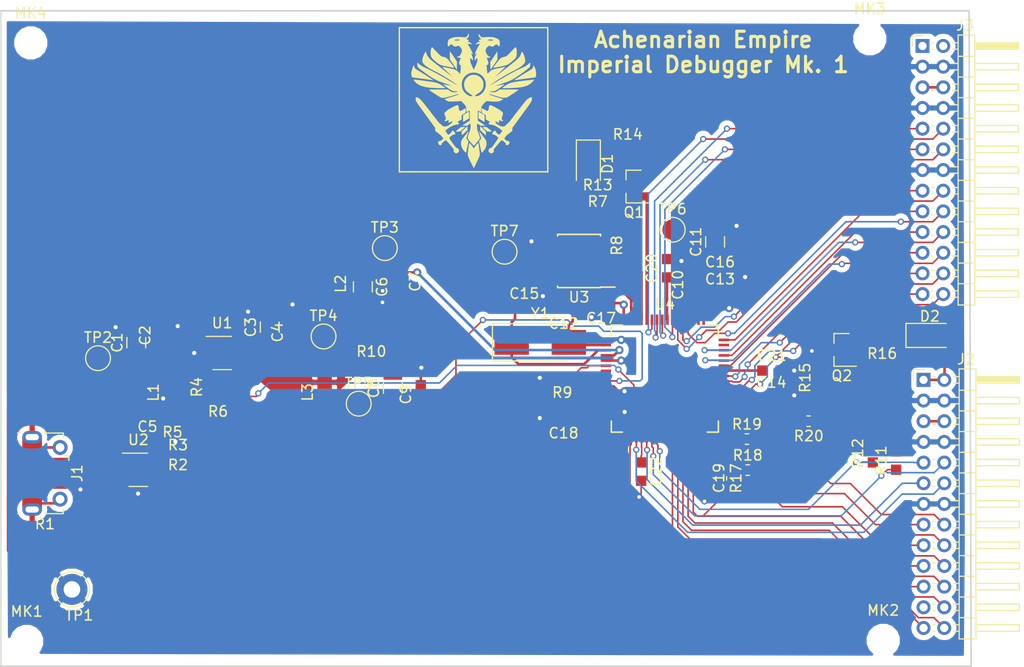
<source format=kicad_pcb>
(kicad_pcb (version 20171130) (host pcbnew 5.0.0-rc2-unknown-r13180-8394e2b7)
  (title_block (title "Main Board") (company "Achenarian Empire"))
  (layers (0 F.Cu signal) (31 B.Cu signal) (35 F.Paste user hide) (37 F.SilkS user) (39 F.Mask user hide) (44 Edge.Cuts user))
  (net 0 "")
  (net 1 /USB_Bridge/VCORE)
  (net 2 VPLL)
  (net 3 VCC3V3)
  (net 4 VPHY)
  (net 5 VBUS)
  (net 6 GND)
  (net 7 "Net-(R2-Pad1)")
  (net 8 D_P)
  (net 9 "Net-(Q2-Pad2)")
  (net 10 "Net-(D2-Pad1)")
  (net 11 "Net-(Q2-Pad1)")
  (net 12 "Net-(Q1-Pad2)")
  (net 13 "Net-(D1-Pad1)")
  (net 14 "Net-(Q1-Pad1)")
  (net 15 SCL)
  (net 16 SDA)
  (net 17 D_N)
  (net 18 "Net-(R3-Pad1)")
  (net 19 "Net-(J1-Pad6)")
  (net 20 "Net-(R4-Pad2)")
  (net 21 RESET#)
  (net 22 "Net-(R7-Pad2)")
  (net 23 "Net-(R8-Pad1)")
  (net 24 "Net-(R9-Pad1)")
  (net 25 /USB_and_Power/USB_P)
  (net 26 /USB_and_Power/USB_N)
  (net 27 "Net-(C5-Pad1)")
  (net 28 "Net-(U1-Pad4)")
  (net 29 "Net-(U3-Pad1)")
  (net 30 "Net-(U3-Pad2)")
  (net 31 "Net-(U3-Pad6)")
  (net 32 "Net-(U3-Pad7)")
  (net 33 "Net-(C12-Pad1)")
  (net 34 "Net-(C15-Pad1)")
  (net 35 CFGOUT)
  (net 36 CFGRST)
  (net 37 AC0)
  (net 38 AC1)
  (net 39 AC2)
  (net 40 AC3)
  (net 41 AC4)
  (net 42 AC5)
  (net 43 AC6)
  (net 44 AC7)
  (net 45 BD0)
  (net 46 BD1)
  (net 47 BD2)
  (net 48 BD3)
  (net 49 BD4)
  (net 50 BD5)
  (net 51 BD6)
  (net 52 BD7)
  (net 53 BC0)
  (net 54 BC1)
  (net 55 BC2)
  (net 56 BC3)
  (net 57 BC4)
  (net 58 BC5)
  (net 59 BC6)
  (net 60 BC7)
  (net 61 "Net-(J1-Pad4)")
  (net 62 AD0)
  (net 63 AD1)
  (net 64 AD2)
  (net 65 "Net-(J2-Pad23)")
  (net 66 VIO)
  (module logos:crucible.kicad_14 (layer F.Cu) (at 120.1 80.9)
    (fp_text reference G*** hide)
    (fp_text value LOGO hide)
  )
  (module Package_TO_SOT_SMD:SOT-23-6 (layer F.Cu) (at 87.7 116.7)
    (fp_text reference U2 (at 0 -2.9) (layer F.SilkS))
    (fp_text value USBLC6-2SC6)
    (pad 1 smd rect (at -1.1 -0.95) (size 1.06 0.65) (layers F.Cu F.Paste F.Mask) (net 26 /USB_and_Power/USB_N))
    (pad 2 smd rect (at -1.1 0) (size 1.06 0.65) (layers F.Cu F.Paste F.Mask) (net 6 GND))
    (pad 3 smd rect (at -1.1 0.95) (size 1.06 0.65) (layers F.Cu F.Paste F.Mask) (net 25 /USB_and_Power/USB_P))
    (pad 4 smd rect (at 1.1 0.95) (size 1.06 0.65) (layers F.Cu F.Paste F.Mask) (net 7 "Net-(R2-Pad1)"))
    (pad 6 smd rect (at 1.1 -0.95) (size 1.06 0.65) (layers F.Cu F.Paste F.Mask) (net 18 "Net-(R3-Pad1)"))
    (pad 5 smd rect (at 1.1 0) (size 1.06 0.65) (layers F.Cu F.Paste F.Mask) (net 27 "Net-(C5-Pad1)"))
  )
  (module Resistor_SMD:R_0603_1608Metric_Pad1.05x0.95mm_HandSolder (layer F.Cu) (at 152.5 112 180)
    (fp_text reference R20 (at 0 -1.43 180) (layer F.SilkS))
    (fp_text value 4.7K)
    (pad 2 smd roundrect (at 0.875 0 180) (size 1.05 0.95) (layers F.Cu F.Paste F.Mask) (net 44 AC7))
    (pad 1 smd roundrect (at -0.875 0 180) (size 1.05 0.95) (layers F.Cu F.Paste F.Mask) (net 66 VIO))
  )
  (module Resistor_SMD:R_0603_1608Metric_Pad1.05x0.95mm_HandSolder (layer F.Cu) (at 146.525 113.725)
    (fp_text reference R19 (at 0 -1.43) (layer F.SilkS))
    (fp_text value 4.7K)
    (pad 1 smd roundrect (at -0.875 0) (size 1.05 0.95) (layers F.Cu F.Paste F.Mask) (net 66 VIO))
    (pad 2 smd roundrect (at 0.875 0) (size 1.05 0.95) (layers F.Cu F.Paste F.Mask) (net 43 AC6))
  )
  (module Resistor_SMD:R_0603_1608Metric_Pad1.05x0.95mm_HandSolder (layer F.Cu) (at 146.6 116.725)
    (fp_text reference R18 (at 0 -1.43) (layer F.SilkS))
    (fp_text value 4.7K)
    (pad 2 smd roundrect (at 0.875 0) (size 1.05 0.95) (layers F.Cu F.Paste F.Mask) (net 42 AC5))
    (pad 1 smd roundrect (at -0.875 0) (size 1.05 0.95) (layers F.Cu F.Paste F.Mask) (net 66 VIO))
  )
  (module Resistor_SMD:R_0603_1608Metric_Pad1.05x0.95mm_HandSolder (layer F.Cu) (at 144.05 117.525 270)
    (fp_text reference R17 (at 0 -1.43 270) (layer F.SilkS))
    (fp_text value 4.7K)
    (pad 1 smd roundrect (at -0.875 0 270) (size 1.05 0.95) (layers F.Cu F.Paste F.Mask) (net 66 VIO))
    (pad 2 smd roundrect (at 0.875 0 270) (size 1.05 0.95) (layers F.Cu F.Paste F.Mask) (net 41 AC4))
  )
  (module Capacitor_SMD:C_0603_1608Metric_Pad0.99x1.00mm_HandSolder (layer F.Cu) (at 115 109.4 90)
    (fp_text reference C9 (at 0 -1.45 90) (layer F.SilkS))
    (fp_text value 0.1uF)
    (pad 1 smd rect (at -0.8875 0 90) (size 0.995 1) (layers F.Cu F.Paste F.Mask) (net 2 VPLL))
    (pad 2 smd rect (at 0.8875 0 90) (size 0.995 1) (layers F.Cu F.Paste F.Mask) (net 6 GND))
  )
  (module Capacitor_SMD:C_0603_1608Metric_Pad0.99x1.00mm_HandSolder (layer F.Cu) (at 136.3 116.875 270)
    (fp_text reference C22 (at 0 -1.45 270) (layer F.SilkS))
    (fp_text value 0.1uF)
    (pad 2 smd rect (at 0.8875 0 270) (size 0.995 1) (layers F.Cu F.Paste F.Mask) (net 6 GND))
    (pad 1 smd rect (at -0.8875 0 270) (size 0.995 1) (layers F.Cu F.Paste F.Mask) (net 66 VIO))
  )
  (module Capacitor_SMD:C_0603_1608Metric_Pad0.99x1.00mm_HandSolder (layer F.Cu) (at 89.8 103.7 90)
    (fp_text reference C2 (at 0 -1.45 90) (layer F.SilkS))
    (fp_text value 0.1uF)
    (pad 1 smd rect (at -0.8875 0 90) (size 0.995 1) (layers F.Cu F.Paste F.Mask) (net 5 VBUS))
    (pad 2 smd rect (at 0.8875 0 90) (size 0.995 1) (layers F.Cu F.Paste F.Mask) (net 6 GND))
  )
  (module Capacitor_SMD:C_0603_1608Metric_Pad0.99x1.00mm_HandSolder (layer F.Cu) (at 148.9 107.1)
    (fp_text reference C21 (at 0 -1.45) (layer F.SilkS))
    (fp_text value 0.1uF)
    (pad 2 smd rect (at 0.8875 0) (size 0.995 1) (layers F.Cu F.Paste F.Mask) (net 6 GND))
    (pad 1 smd rect (at -0.8875 0) (size 0.995 1) (layers F.Cu F.Paste F.Mask) (net 66 VIO))
  )
  (module Capacitor_SMD:C_0603_1608Metric_Pad0.99x1.00mm_HandSolder (layer F.Cu) (at 102.6 103.4 90)
    (fp_text reference C4 (at 0 -1.45 90) (layer F.SilkS))
    (fp_text value 0.1uF)
    (pad 1 smd rect (at -0.8875 0 90) (size 0.995 1) (layers F.Cu F.Paste F.Mask) (net 3 VCC3V3))
    (pad 2 smd rect (at 0.8875 0 90) (size 0.995 1) (layers F.Cu F.Paste F.Mask) (net 6 GND))
  )
  (module Capacitor_SMD:C_0603_1608Metric_Pad0.99x1.00mm_HandSolder (layer F.Cu) (at 88.575 113.975)
    (fp_text reference C5 (at 0 -1.45) (layer F.SilkS))
    (fp_text value 0.1uF)
    (pad 2 smd rect (at 0.8875 0) (size 0.995 1) (layers F.Cu F.Paste F.Mask) (net 6 GND))
    (pad 1 smd rect (at -0.8875 0) (size 0.995 1) (layers F.Cu F.Paste F.Mask) (net 27 "Net-(C5-Pad1)"))
  )
  (module Capacitor_SMD:C_0603_1608Metric_Pad0.99x1.00mm_HandSolder (layer F.Cu) (at 138.8 97.2 90)
    (fp_text reference C20 (at 0 -1.45 90) (layer F.SilkS))
    (fp_text value 0.1uF)
    (pad 1 smd rect (at -0.8875 0 90) (size 0.995 1) (layers F.Cu F.Paste F.Mask) (net 66 VIO))
    (pad 2 smd rect (at 0.8875 0 90) (size 0.995 1) (layers F.Cu F.Paste F.Mask) (net 6 GND))
  )
  (module Capacitor_SMD:C_0603_1608Metric_Pad0.99x1.00mm_HandSolder (layer F.Cu) (at 113 98.5 270)
    (fp_text reference C7 (at 0 -1.45 270) (layer F.SilkS))
    (fp_text value 0.1uF)
    (pad 2 smd rect (at 0.8875 0 270) (size 0.995 1) (layers F.Cu F.Paste F.Mask) (net 6 GND))
    (pad 1 smd rect (at -0.8875 0 270) (size 0.995 1) (layers F.Cu F.Paste F.Mask) (net 4 VPHY))
  )
  (module Capacitor_SMD:C_0603_1608Metric_Pad0.99x1.00mm_HandSolder (layer F.Cu) (at 142.375 117.5 270)
    (fp_text reference C19 (at 0 -1.45 270) (layer F.SilkS))
    (fp_text value 0.1uF)
    (pad 1 smd rect (at -0.8875 0 270) (size 0.995 1) (layers F.Cu F.Paste F.Mask) (net 66 VIO))
    (pad 2 smd rect (at 0.8875 0 270) (size 0.995 1) (layers F.Cu F.Paste F.Mask) (net 6 GND))
  )
  (module Capacitor_SMD:C_0603_1608Metric_Pad0.99x1.00mm_HandSolder (layer F.Cu) (at 132.425 100.575 180)
    (fp_text reference C17 (at 0 -1.45 180) (layer F.SilkS))
    (fp_text value 0.1uF)
    (pad 2 smd rect (at 0.8875 0 180) (size 0.995 1) (layers F.Cu F.Paste F.Mask) (net 6 GND))
    (pad 1 smd rect (at -0.8875 0 180) (size 0.995 1) (layers F.Cu F.Paste F.Mask) (net 1 /USB_Bridge/VCORE))
  )
  (module Capacitor_SMD:C_0603_1608Metric_Pad0.99x1.00mm_HandSolder (layer F.Cu) (at 141.3 98.8 90)
    (fp_text reference C10 (at 0 -1.45 90) (layer F.SilkS))
    (fp_text value 0.1uF)
    (pad 1 smd rect (at -0.8875 0 90) (size 0.995 1) (layers F.Cu F.Paste F.Mask) (net 3 VCC3V3))
    (pad 2 smd rect (at 0.8875 0 90) (size 0.995 1) (layers F.Cu F.Paste F.Mask) (net 6 GND))
  )
  (module Capacitor_SMD:C_0603_1608Metric_Pad0.99x1.00mm_HandSolder (layer F.Cu) (at 128.8 111.7 180)
    (fp_text reference C18 (at 0 -1.45 180) (layer F.SilkS))
    (fp_text value 0.1uF)
    (pad 2 smd rect (at 0.8875 0 180) (size 0.995 1) (layers F.Cu F.Paste F.Mask) (net 6 GND))
    (pad 1 smd rect (at -0.8875 0 180) (size 0.995 1) (layers F.Cu F.Paste F.Mask) (net 1 /USB_Bridge/VCORE))
  )
  (module Capacitor_SMD:C_0603_1608Metric_Pad0.99x1.00mm_HandSolder (layer F.Cu) (at 128.8 101.1 180)
    (fp_text reference C12 (at 0 -1.45 180) (layer F.SilkS))
    (fp_text value 30pF)
    (pad 1 smd rect (at -0.8875 0 180) (size 0.995 1) (layers F.Cu F.Paste F.Mask) (net 33 "Net-(C12-Pad1)"))
    (pad 2 smd rect (at 0.8875 0 180) (size 0.995 1) (layers F.Cu F.Paste F.Mask) (net 6 GND))
  )
  (module Capacitor_SMD:C_0603_1608Metric_Pad0.99x1.00mm_HandSolder (layer F.Cu) (at 143.925 99.7)
    (fp_text reference C13 (at 0 -1.45) (layer F.SilkS))
    (fp_text value 0.1uF)
    (pad 2 smd rect (at 0.8875 0) (size 0.995 1) (layers F.Cu F.Paste F.Mask) (net 6 GND))
    (pad 1 smd rect (at -0.8875 0) (size 0.995 1) (layers F.Cu F.Paste F.Mask) (net 1 /USB_Bridge/VCORE))
  )
  (module Capacitor_SMD:C_0603_1608Metric_Pad0.99x1.00mm_HandSolder (layer F.Cu) (at 148.9 109.7)
    (fp_text reference C14 (at 0 -1.45) (layer F.SilkS))
    (fp_text value 0.1uF)
    (pad 1 smd rect (at -0.8875 0) (size 0.995 1) (layers F.Cu F.Paste F.Mask) (net 1 /USB_Bridge/VCORE))
    (pad 2 smd rect (at 0.8875 0) (size 0.995 1) (layers F.Cu F.Paste F.Mask) (net 6 GND))
  )
  (module Capacitor_SMD:C_0603_1608Metric_Pad0.99x1.00mm_HandSolder (layer F.Cu) (at 125 101.1)
    (fp_text reference C15 (at 0 -1.45) (layer F.SilkS))
    (fp_text value 30pF)
    (pad 2 smd rect (at 0.8875 0) (size 0.995 1) (layers F.Cu F.Paste F.Mask) (net 6 GND))
    (pad 1 smd rect (at -0.8875 0) (size 0.995 1) (layers F.Cu F.Paste F.Mask) (net 34 "Net-(C15-Pad1)"))
  )
  (module Capacitor_SMD:C_0603_1608Metric_Pad0.99x1.00mm_HandSolder (layer F.Cu) (at 143.925 98.05)
    (fp_text reference C16 (at 0 -1.45) (layer F.SilkS))
    (fp_text value 0.1uF)
    (pad 1 smd rect (at -0.8875 0) (size 0.995 1) (layers F.Cu F.Paste F.Mask) (net 1 /USB_Bridge/VCORE))
    (pad 2 smd rect (at 0.8875 0) (size 0.995 1) (layers F.Cu F.Paste F.Mask) (net 6 GND))
  )
  (module Capacitor_SMD:C_1206_3216Metric_Pad1.39x1.80mm_HandSolder (layer F.Cu) (at 87.5 104.4 90)
    (fp_text reference C1 (at 0 -1.85 90) (layer F.SilkS))
    (fp_text value 4.7uF)
    (pad 1 smd rect (at -1.5175 0 90) (size 1.395 1.8) (layers F.Cu F.Paste F.Mask) (net 5 VBUS))
    (pad 2 smd rect (at 1.5175 0 90) (size 1.395 1.8) (layers F.Cu F.Paste F.Mask) (net 6 GND))
  )
  (module Capacitor_SMD:C_1206_3216Metric_Pad1.39x1.80mm_HandSolder (layer F.Cu) (at 109.4 99 270)
    (fp_text reference C6 (at 0 -1.85 270) (layer F.SilkS))
    (fp_text value 4.7uF)
    (pad 2 smd rect (at 1.5175 0 270) (size 1.395 1.8) (layers F.Cu F.Paste F.Mask) (net 6 GND))
    (pad 1 smd rect (at -1.5175 0 270) (size 1.395 1.8) (layers F.Cu F.Paste F.Mask) (net 4 VPHY))
  )
  (module Capacitor_SMD:C_1206_3216Metric_Pad1.39x1.80mm_HandSolder (layer F.Cu) (at 112.3 108.8 90)
    (fp_text reference C8 (at 0 -1.85 90) (layer F.SilkS))
    (fp_text value 4.7uF)
    (pad 1 smd rect (at -1.5175 0 90) (size 1.395 1.8) (layers F.Cu F.Paste F.Mask) (net 2 VPLL))
    (pad 2 smd rect (at 1.5175 0 90) (size 1.395 1.8) (layers F.Cu F.Paste F.Mask) (net 6 GND))
  )
  (module Capacitor_SMD:C_1206_3216Metric_Pad1.39x1.80mm_HandSolder (layer F.Cu) (at 143.45 94.65 90)
    (fp_text reference C11 (at 0 -1.85 90) (layer F.SilkS))
    (fp_text value 4.7uF)
    (pad 2 smd rect (at 1.5175 0 90) (size 1.395 1.8) (layers F.Cu F.Paste F.Mask) (net 6 GND))
    (pad 1 smd rect (at -1.5175 0 90) (size 1.395 1.8) (layers F.Cu F.Paste F.Mask) (net 1 /USB_Bridge/VCORE))
  )
  (module Capacitor_SMD:C_1206_3216Metric_Pad1.39x1.80mm_HandSolder (layer F.Cu) (at 100.4 102.9 90)
    (fp_text reference C3 (at 0 -1.85 90) (layer F.SilkS))
    (fp_text value 4.7uF)
    (pad 1 smd rect (at -1.5175 0 90) (size 1.395 1.8) (layers F.Cu F.Paste F.Mask) (net 3 VCC3V3))
    (pad 2 smd rect (at 1.5175 0 90) (size 1.395 1.8) (layers F.Cu F.Paste F.Mask) (net 6 GND))
  )
  (module Connector_PinHeader_2.00mm:PinHeader_2x13_P2.00mm_Horizontal (layer F.Cu) (at 163.5 75.7)
    (fp_text reference J3 (at 4.1 -2) (layer F.SilkS))
    (fp_text value Conn_02x13_Odd_Even)
    (pad 26 thru_hole oval (at 2 24) (size 1.35 1.35) (drill 0.8) (layers *.Cu *.Mask) (net 46 BD1))
    (pad 25 thru_hole oval (at 0 24) (size 1.35 1.35) (drill 0.8) (layers *.Cu *.Mask) (net 45 BD0))
    (pad 24 thru_hole oval (at 2 22) (size 1.35 1.35) (drill 0.8) (layers *.Cu *.Mask) (net 48 BD3))
    (pad 23 thru_hole oval (at 0 22) (size 1.35 1.35) (drill 0.8) (layers *.Cu *.Mask) (net 47 BD2))
    (pad 22 thru_hole oval (at 2 20) (size 1.35 1.35) (drill 0.8) (layers *.Cu *.Mask) (net 50 BD5))
    (pad 21 thru_hole oval (at 0 20) (size 1.35 1.35) (drill 0.8) (layers *.Cu *.Mask) (net 49 BD4))
    (pad 20 thru_hole oval (at 2 18) (size 1.35 1.35) (drill 0.8) (layers *.Cu *.Mask) (net 52 BD7))
    (pad 19 thru_hole oval (at 0 18) (size 1.35 1.35) (drill 0.8) (layers *.Cu *.Mask) (net 51 BD6))
    (pad 18 thru_hole oval (at 2 16) (size 1.35 1.35) (drill 0.8) (layers *.Cu *.Mask) (net 54 BC1))
    (pad 17 thru_hole oval (at 0 16) (size 1.35 1.35) (drill 0.8) (layers *.Cu *.Mask) (net 53 BC0))
    (pad 16 thru_hole oval (at 2 14) (size 1.35 1.35) (drill 0.8) (layers *.Cu *.Mask) (net 56 BC3))
    (pad 15 thru_hole oval (at 0 14) (size 1.35 1.35) (drill 0.8) (layers *.Cu *.Mask) (net 55 BC2))
    (pad 14 thru_hole oval (at 2 12) (size 1.35 1.35) (drill 0.8) (layers *.Cu *.Mask) (net 6 GND))
    (pad 13 thru_hole oval (at 0 12) (size 1.35 1.35) (drill 0.8) (layers *.Cu *.Mask) (net 6 GND))
    (pad 12 thru_hole oval (at 2 10) (size 1.35 1.35) (drill 0.8) (layers *.Cu *.Mask) (net 58 BC5))
    (pad 11 thru_hole oval (at 0 10) (size 1.35 1.35) (drill 0.8) (layers *.Cu *.Mask) (net 57 BC4))
    (pad 10 thru_hole oval (at 2 8) (size 1.35 1.35) (drill 0.8) (layers *.Cu *.Mask) (net 60 BC7))
    (pad 9 thru_hole oval (at 0 8) (size 1.35 1.35) (drill 0.8) (layers *.Cu *.Mask) (net 59 BC6))
    (pad 8 thru_hole oval (at 2 6) (size 1.35 1.35) (drill 0.8) (layers *.Cu *.Mask) (net 6 GND))
    (pad 7 thru_hole oval (at 0 6) (size 1.35 1.35) (drill 0.8) (layers *.Cu *.Mask) (net 6 GND))
    (pad 6 thru_hole oval (at 2 4) (size 1.35 1.35) (drill 0.8) (layers *.Cu *.Mask) (net 3 VCC3V3))
    (pad 5 thru_hole oval (at 0 4) (size 1.35 1.35) (drill 0.8) (layers *.Cu *.Mask) (net 3 VCC3V3))
    (pad 4 thru_hole oval (at 2 2) (size 1.35 1.35) (drill 0.8) (layers *.Cu *.Mask) (net 6 GND))
    (pad 3 thru_hole oval (at 0 2) (size 1.35 1.35) (drill 0.8) (layers *.Cu *.Mask) (net 6 GND))
    (pad 2 thru_hole oval (at 2 0) (size 1.35 1.35) (drill 0.8) (layers *.Cu *.Mask) (net 66 VIO))
    (pad 1 thru_hole rect (at 0 0) (size 1.35 1.35) (drill 0.8) (layers *.Cu *.Mask) (net 66 VIO))
  )
  (module Connector_PinHeader_2.00mm:PinHeader_2x13_P2.00mm_Horizontal (layer F.Cu) (at 163.6 108)
    (fp_text reference J2 (at 4.1 -2) (layer F.SilkS))
    (fp_text value Conn_02x13_Odd_Even)
    (pad 1 thru_hole rect (at 0 0) (size 1.35 1.35) (drill 0.8) (layers *.Cu *.Mask) (net 66 VIO))
    (pad 2 thru_hole oval (at 2 0) (size 1.35 1.35) (drill 0.8) (layers *.Cu *.Mask) (net 66 VIO))
    (pad 3 thru_hole oval (at 0 2) (size 1.35 1.35) (drill 0.8) (layers *.Cu *.Mask) (net 6 GND))
    (pad 4 thru_hole oval (at 2 2) (size 1.35 1.35) (drill 0.8) (layers *.Cu *.Mask) (net 6 GND))
    (pad 5 thru_hole oval (at 0 4) (size 1.35 1.35) (drill 0.8) (layers *.Cu *.Mask) (net 3 VCC3V3))
    (pad 6 thru_hole oval (at 2 4) (size 1.35 1.35) (drill 0.8) (layers *.Cu *.Mask) (net 3 VCC3V3))
    (pad 7 thru_hole oval (at 0 6) (size 1.35 1.35) (drill 0.8) (layers *.Cu *.Mask) (net 6 GND))
    (pad 8 thru_hole oval (at 2 6) (size 1.35 1.35) (drill 0.8) (layers *.Cu *.Mask) (net 6 GND))
    (pad 9 thru_hole oval (at 0 8) (size 1.35 1.35) (drill 0.8) (layers *.Cu *.Mask) (net 16 SDA))
    (pad 10 thru_hole oval (at 2 8) (size 1.35 1.35) (drill 0.8) (layers *.Cu *.Mask) (net 15 SCL))
    (pad 11 thru_hole oval (at 0 10) (size 1.35 1.35) (drill 0.8) (layers *.Cu *.Mask) (net 36 CFGRST))
    (pad 12 thru_hole oval (at 2 10) (size 1.35 1.35) (drill 0.8) (layers *.Cu *.Mask) (net 35 CFGOUT))
    (pad 13 thru_hole oval (at 0 12) (size 1.35 1.35) (drill 0.8) (layers *.Cu *.Mask) (net 6 GND))
    (pad 14 thru_hole oval (at 2 12) (size 1.35 1.35) (drill 0.8) (layers *.Cu *.Mask) (net 6 GND))
    (pad 15 thru_hole oval (at 0 14) (size 1.35 1.35) (drill 0.8) (layers *.Cu *.Mask) (net 43 AC6))
    (pad 16 thru_hole oval (at 2 14) (size 1.35 1.35) (drill 0.8) (layers *.Cu *.Mask) (net 44 AC7))
    (pad 17 thru_hole oval (at 0 16) (size 1.35 1.35) (drill 0.8) (layers *.Cu *.Mask) (net 41 AC4))
    (pad 18 thru_hole oval (at 2 16) (size 1.35 1.35) (drill 0.8) (layers *.Cu *.Mask) (net 42 AC5))
    (pad 19 thru_hole oval (at 0 18) (size 1.35 1.35) (drill 0.8) (layers *.Cu *.Mask) (net 39 AC2))
    (pad 20 thru_hole oval (at 2 18) (size 1.35 1.35) (drill 0.8) (layers *.Cu *.Mask) (net 40 AC3))
    (pad 21 thru_hole oval (at 0 20) (size 1.35 1.35) (drill 0.8) (layers *.Cu *.Mask) (net 37 AC0))
    (pad 22 thru_hole oval (at 2 20) (size 1.35 1.35) (drill 0.8) (layers *.Cu *.Mask) (net 38 AC1))
    (pad 23 thru_hole oval (at 0 22) (size 1.35 1.35) (drill 0.8) (layers *.Cu *.Mask) (net 65 "Net-(J2-Pad23)"))
    (pad 24 thru_hole oval (at 2 22) (size 1.35 1.35) (drill 0.8) (layers *.Cu *.Mask) (net 64 AD2))
    (pad 25 thru_hole oval (at 0 24) (size 1.35 1.35) (drill 0.8) (layers *.Cu *.Mask) (net 62 AD0))
    (pad 26 thru_hole oval (at 2 24) (size 1.35 1.35) (drill 0.8) (layers *.Cu *.Mask) (net 63 AD1))
  )
  (module Connector_USB:USB_Micro-B_Molex-105017-0001 (layer F.Cu) (at 78.67 117.04 270)
    (fp_text reference J1 (at 0 -3.1125 270) (layer F.SilkS))
    (fp_text value USB_B_Micro)
    (pad 6 smd rect (at 1 1.2375 270) (size 1.5 1.9) (layers F.Cu F.Paste F.Mask) (net 19 "Net-(J1-Pad6)"))
    (pad 6 thru_hole circle (at -2.5 -1.4625 270) (size 1.45 1.45) (drill 0.85) (layers *.Cu *.Mask) (net 19 "Net-(J1-Pad6)"))
    (pad 2 smd rect (at -0.65 -1.4625 270) (size 0.4 1.35) (layers F.Cu F.Paste F.Mask) (net 26 /USB_and_Power/USB_N))
    (pad 1 smd rect (at -1.3 -1.4625 270) (size 0.4 1.35) (layers F.Cu F.Paste F.Mask) (net 27 "Net-(C5-Pad1)"))
    (pad 5 smd rect (at 1.3 -1.4625 270) (size 0.4 1.35) (layers F.Cu F.Paste F.Mask) (net 6 GND))
    (pad 4 smd rect (at 0.65 -1.4625 270) (size 0.4 1.35) (layers F.Cu F.Paste F.Mask) (net 61 "Net-(J1-Pad4)"))
    (pad 3 smd rect (at 0 -1.4625 270) (size 0.4 1.35) (layers F.Cu F.Paste F.Mask) (net 25 /USB_and_Power/USB_P))
    (pad 6 thru_hole circle (at 2.5 -1.4625 270) (size 1.45 1.45) (drill 0.85) (layers *.Cu *.Mask) (net 19 "Net-(J1-Pad6)"))
    (pad 6 smd rect (at -1 1.2375 270) (size 1.5 1.9) (layers F.Cu F.Paste F.Mask) (net 19 "Net-(J1-Pad6)"))
    (pad 6 thru_hole oval (at -3.5 1.2375 90) (size 1.2 1.9) (drill oval 0.6 1.3) (layers *.Cu *.Mask) (net 19 "Net-(J1-Pad6)"))
    (pad 6 thru_hole oval (at 3.5 1.2375 270) (size 1.2 1.9) (drill oval 0.6 1.3) (layers *.Cu *.Mask) (net 19 "Net-(J1-Pad6)"))
    (pad 6 smd rect (at 2.9 1.2375 270) (size 1.2 1.9) (layers F.Cu F.Mask) (net 19 "Net-(J1-Pad6)"))
    (pad 6 smd rect (at -2.9 1.2375 270) (size 1.2 1.9) (layers F.Cu F.Mask) (net 19 "Net-(J1-Pad6)"))
  )
  (module Crystal:Crystal_SMD_Abracon_ABM3-2Pin_5.0x3.2mm_HandSoldering (layer F.Cu) (at 126.55 104.37)
    (fp_text reference Y1 (at 0 -2.8) (layer F.SilkS))
    (fp_text value 12MHz)
    (pad 1 smd rect (at -2.7625 0) (size 3.325 2.4) (layers F.Cu F.Paste F.Mask) (net 34 "Net-(C15-Pad1)"))
    (pad 2 smd rect (at 2.7625 0) (size 3.325 2.4) (layers F.Cu F.Paste F.Mask) (net 33 "Net-(C12-Pad1)"))
  )
  (module Inductor_SMD:L_0805_2012Metric_Pad1.29x1.40mm_HandSolder (layer F.Cu) (at 87.5 109.22 270)
    (fp_text reference L1 (at 0 -1.65 270) (layer F.SilkS))
    (fp_text value 600R/0.6A)
    (pad 1 smd rect (at -0.9675 0 270) (size 1.295 1.4) (layers F.Cu F.Paste F.Mask) (net 5 VBUS))
    (pad 2 smd rect (at 0.9675 0 270) (size 1.295 1.4) (layers F.Cu F.Paste F.Mask) (net 27 "Net-(C5-Pad1)"))
  )
  (module Inductor_SMD:L_0805_2012Metric_Pad1.29x1.40mm_HandSolder (layer F.Cu) (at 105.6 98.7 270)
    (fp_text reference L2 (at 0 -1.65 270) (layer F.SilkS))
    (fp_text value 600R/0.6A)
    (pad 2 smd rect (at 0.9675 0 270) (size 1.295 1.4) (layers F.Cu F.Paste F.Mask) (net 3 VCC3V3))
    (pad 1 smd rect (at -0.9675 0 270) (size 1.295 1.4) (layers F.Cu F.Paste F.Mask) (net 4 VPHY))
  )
  (module Inductor_SMD:L_0805_2012Metric_Pad1.29x1.40mm_HandSolder (layer F.Cu) (at 105.7 109.2 90)
    (fp_text reference L3 (at 0 -1.65 90) (layer F.SilkS))
    (fp_text value 600R/0.6A)
    (pad 1 smd rect (at -0.9675 0 90) (size 1.295 1.4) (layers F.Cu F.Paste F.Mask) (net 2 VPLL))
    (pad 2 smd rect (at 0.9675 0 90) (size 1.295 1.4) (layers F.Cu F.Paste F.Mask) (net 3 VCC3V3))
  )
  (module LED_SMD:LED_1206_3216Metric_Pad1.22x1.80mm_HandSolder (layer F.Cu) (at 131.2 87.1 270)
    (fp_text reference D1 (at 0 -1.85 270) (layer F.SilkS))
    (fp_text value LED)
    (pad 2 smd rect (at 1.43 0 270) (size 1.22 1.8) (layers F.Cu F.Paste F.Mask) (net 66 VIO))
    (pad 1 smd rect (at -1.43 0 270) (size 1.22 1.8) (layers F.Cu F.Paste F.Mask) (net 13 "Net-(D1-Pad1)"))
  )
  (module LED_SMD:LED_1206_3216Metric_Pad1.22x1.80mm_HandSolder (layer F.Cu) (at 164.2 103.7)
    (fp_text reference D2 (at 0 -1.85) (layer F.SilkS))
    (fp_text value LED)
    (pad 1 smd rect (at -1.43 0) (size 1.22 1.8) (layers F.Cu F.Paste F.Mask) (net 10 "Net-(D2-Pad1)"))
    (pad 2 smd rect (at 1.43 0) (size 1.22 1.8) (layers F.Cu F.Paste F.Mask) (net 66 VIO))
  )
  (module MountingHole:MountingHole_2.2mm_M2_DIN965 (layer F.Cu) (at 159.7 133.2)
    (fp_text reference MK2 (at 0 -2.9) (layer F.SilkS))
    (fp_text value Mounting_Hole)
    (pad 1 np_thru_hole circle (at 0 0) (size 2.2 2.2) (drill 2.2) (layers *.Cu *.Mask))
  )
  (module MountingHole:MountingHole_2.2mm_M2_DIN965 (layer F.Cu) (at 76.9 133.3)
    (fp_text reference MK1 (at 0 -2.9) (layer F.SilkS))
    (fp_text value Mounting_Hole)
    (pad 1 np_thru_hole circle (at 0 0) (size 2.2 2.2) (drill 2.2) (layers *.Cu *.Mask))
  )
  (module MountingHole:MountingHole_2.2mm_M2_DIN965 (layer F.Cu) (at 158.4 75)
    (fp_text reference MK3 (at 0 -2.9) (layer F.SilkS))
    (fp_text value Mounting_Hole)
    (pad 1 np_thru_hole circle (at 0 0) (size 2.2 2.2) (drill 2.2) (layers *.Cu *.Mask))
  )
  (module MountingHole:MountingHole_2.2mm_M2_DIN965 (layer F.Cu) (at 77.3 75.4)
    (fp_text reference MK4 (at 0 -2.9) (layer F.SilkS))
    (fp_text value Mounting_Hole)
    (pad 1 np_thru_hole circle (at 0 0) (size 2.2 2.2) (drill 2.2) (layers *.Cu *.Mask))
  )
  (module Package_QFP:LQFP-64_10x10mm_P0.5mm (layer F.Cu) (at 138.59 107.88)
    (fp_text reference U4 (at 0 -7.2) (layer F.SilkS))
    (fp_text value FT2232H)
    (pad 1 smd rect (at -5.7 -3.75) (size 1 0.25) (layers F.Cu F.Paste F.Mask) (net 6 GND))
    (pad 2 smd rect (at -5.7 -3.25) (size 1 0.25) (layers F.Cu F.Paste F.Mask) (net 33 "Net-(C12-Pad1)"))
    (pad 3 smd rect (at -5.7 -2.75) (size 1 0.25) (layers F.Cu F.Paste F.Mask) (net 34 "Net-(C15-Pad1)"))
    (pad 4 smd rect (at -5.7 -2.25) (size 1 0.25) (layers F.Cu F.Paste F.Mask) (net 4 VPHY))
    (pad 5 smd rect (at -5.7 -1.75) (size 1 0.25) (layers F.Cu F.Paste F.Mask) (net 6 GND))
    (pad 6 smd rect (at -5.7 -1.25) (size 1 0.25) (layers F.Cu F.Paste F.Mask) (net 24 "Net-(R9-Pad1)"))
    (pad 7 smd rect (at -5.7 -0.75) (size 1 0.25) (layers F.Cu F.Paste F.Mask) (net 17 D_N))
    (pad 8 smd rect (at -5.7 -0.25) (size 1 0.25) (layers F.Cu F.Paste F.Mask) (net 8 D_P))
    (pad 9 smd rect (at -5.7 0.25) (size 1 0.25) (layers F.Cu F.Paste F.Mask) (net 2 VPLL))
    (pad 10 smd rect (at -5.7 0.75) (size 1 0.25) (layers F.Cu F.Paste F.Mask) (net 6 GND))
    (pad 11 smd rect (at -5.7 1.25) (size 1 0.25) (layers F.Cu F.Paste F.Mask) (net 6 GND))
    (pad 12 smd rect (at -5.7 1.75) (size 1 0.25) (layers F.Cu F.Paste F.Mask) (net 1 /USB_Bridge/VCORE))
    (pad 13 smd rect (at -5.7 2.25) (size 1 0.25) (layers F.Cu F.Paste F.Mask) (net 6 GND))
    (pad 14 smd rect (at -5.7 2.75) (size 1 0.25) (layers F.Cu F.Paste F.Mask) (net 21 RESET#))
    (pad 15 smd rect (at -5.7 3.25) (size 1 0.25) (layers F.Cu F.Paste F.Mask) (net 6 GND))
    (pad 16 smd rect (at -5.7 3.75) (size 1 0.25) (layers F.Cu F.Paste F.Mask) (net 62 AD0))
    (pad 17 smd rect (at -3.75 5.7 90) (size 1 0.25) (layers F.Cu F.Paste F.Mask) (net 63 AD1))
    (pad 18 smd rect (at -3.25 5.7 90) (size 1 0.25) (layers F.Cu F.Paste F.Mask) (net 64 AD2))
    (pad 19 smd rect (at -2.75 5.7 90) (size 1 0.25) (layers F.Cu F.Paste F.Mask) (net 35 CFGOUT))
    (pad 20 smd rect (at -2.25 5.7 90) (size 1 0.25) (layers F.Cu F.Paste F.Mask) (net 66 VIO))
    (pad 21 smd rect (at -1.75 5.7 90) (size 1 0.25) (layers F.Cu F.Paste F.Mask) (net 36 CFGRST))
    (pad 22 smd rect (at -1.25 5.7 90) (size 1 0.25) (layers F.Cu F.Paste F.Mask) (net 15 SCL))
    (pad 23 smd rect (at -0.75 5.7 90) (size 1 0.25) (layers F.Cu F.Paste F.Mask) (net 16 SDA))
    (pad 24 smd rect (at -0.25 5.7 90) (size 1 0.25) (layers F.Cu F.Paste F.Mask) (net 16 SDA))
    (pad 25 smd rect (at 0.25 5.7 90) (size 1 0.25) (layers F.Cu F.Paste F.Mask) (net 6 GND))
    (pad 26 smd rect (at 0.75 5.7 90) (size 1 0.25) (layers F.Cu F.Paste F.Mask) (net 37 AC0))
    (pad 27 smd rect (at 1.25 5.7 90) (size 1 0.25) (layers F.Cu F.Paste F.Mask) (net 38 AC1))
    (pad 28 smd rect (at 1.75 5.7 90) (size 1 0.25) (layers F.Cu F.Paste F.Mask) (net 39 AC2))
    (pad 29 smd rect (at 2.25 5.7 90) (size 1 0.25) (layers F.Cu F.Paste F.Mask) (net 40 AC3))
    (pad 30 smd rect (at 2.75 5.7 90) (size 1 0.25) (layers F.Cu F.Paste F.Mask) (net 41 AC4))
    (pad 31 smd rect (at 3.25 5.7 90) (size 1 0.25) (layers F.Cu F.Paste F.Mask) (net 66 VIO))
    (pad 32 smd rect (at 3.75 5.7 90) (size 1 0.25) (layers F.Cu F.Paste F.Mask) (net 42 AC5))
    (pad 33 smd rect (at 5.7 3.75) (size 1 0.25) (layers F.Cu F.Paste F.Mask) (net 43 AC6))
    (pad 34 smd rect (at 5.7 3.25) (size 1 0.25) (layers F.Cu F.Paste F.Mask) (net 44 AC7))
    (pad 35 smd rect (at 5.7 2.75) (size 1 0.25) (layers F.Cu F.Paste F.Mask) (net 6 GND))
    (pad 36 smd rect (at 5.7 2.25) (size 1 0.25) (layers F.Cu F.Paste F.Mask) (net 11 "Net-(Q2-Pad1)"))
    (pad 37 smd rect (at 5.7 1.75) (size 1 0.25) (layers F.Cu F.Paste F.Mask) (net 1 /USB_Bridge/VCORE))
    (pad 38 smd rect (at 5.7 1.25) (size 1 0.25) (layers F.Cu F.Paste F.Mask) (net 45 BD0))
    (pad 39 smd rect (at 5.7 0.75) (size 1 0.25) (layers F.Cu F.Paste F.Mask) (net 46 BD1))
    (pad 40 smd rect (at 5.7 0.25) (size 1 0.25) (layers F.Cu F.Paste F.Mask) (net 47 BD2))
    (pad 41 smd rect (at 5.7 -0.25) (size 1 0.25) (layers F.Cu F.Paste F.Mask) (net 48 BD3))
    (pad 42 smd rect (at 5.7 -0.75) (size 1 0.25) (layers F.Cu F.Paste F.Mask) (net 66 VIO))
    (pad 43 smd rect (at 5.7 -1.25) (size 1 0.25) (layers F.Cu F.Paste F.Mask) (net 49 BD4))
    (pad 44 smd rect (at 5.7 -1.75) (size 1 0.25) (layers F.Cu F.Paste F.Mask) (net 50 BD5))
    (pad 45 smd rect (at 5.7 -2.25) (size 1 0.25) (layers F.Cu F.Paste F.Mask) (net 51 BD6))
    (pad 46 smd rect (at 5.7 -2.75) (size 1 0.25) (layers F.Cu F.Paste F.Mask) (net 52 BD7))
    (pad 47 smd rect (at 5.7 -3.25) (size 1 0.25) (layers F.Cu F.Paste F.Mask) (net 6 GND))
    (pad 48 smd rect (at 5.7 -3.75) (size 1 0.25) (layers F.Cu F.Paste F.Mask) (net 53 BC0))
    (pad 49 smd rect (at 3.75 -5.7 90) (size 1 0.25) (layers F.Cu F.Paste F.Mask) (net 1 /USB_Bridge/VCORE))
    (pad 50 smd rect (at 3.25 -5.7 90) (size 1 0.25) (layers F.Cu F.Paste F.Mask) (net 3 VCC3V3))
    (pad 51 smd rect (at 2.75 -5.7 90) (size 1 0.25) (layers F.Cu F.Paste F.Mask) (net 6 GND))
    (pad 52 smd rect (at 2.25 -5.7 90) (size 1 0.25) (layers F.Cu F.Paste F.Mask) (net 54 BC1))
    (pad 53 smd rect (at 1.75 -5.7 90) (size 1 0.25) (layers F.Cu F.Paste F.Mask) (net 55 BC2))
    (pad 54 smd rect (at 1.25 -5.7 90) (size 1 0.25) (layers F.Cu F.Paste F.Mask) (net 56 BC3))
    (pad 55 smd rect (at 0.75 -5.7 90) (size 1 0.25) (layers F.Cu F.Paste F.Mask) (net 57 BC4))
    (pad 56 smd rect (at 0.25 -5.7 90) (size 1 0.25) (layers F.Cu F.Paste F.Mask) (net 66 VIO))
    (pad 57 smd rect (at -0.25 -5.7 90) (size 1 0.25) (layers F.Cu F.Paste F.Mask) (net 58 BC5))
    (pad 58 smd rect (at -0.75 -5.7 90) (size 1 0.25) (layers F.Cu F.Paste F.Mask) (net 59 BC6))
    (pad 59 smd rect (at -1.25 -5.7 90) (size 1 0.25) (layers F.Cu F.Paste F.Mask) (net 60 BC7))
    (pad 60 smd rect (at -1.75 -5.7 90) (size 1 0.25) (layers F.Cu F.Paste F.Mask) (net 14 "Net-(Q1-Pad1)"))
    (pad 61 smd rect (at -2.25 -5.7 90) (size 1 0.25) (layers F.Cu F.Paste F.Mask) (net 23 "Net-(R8-Pad1)"))
    (pad 62 smd rect (at -2.75 -5.7 90) (size 1 0.25) (layers F.Cu F.Paste F.Mask) (net 30 "Net-(U3-Pad2)"))
    (pad 63 smd rect (at -3.25 -5.7 90) (size 1 0.25) (layers F.Cu F.Paste F.Mask) (net 29 "Net-(U3-Pad1)"))
    (pad 64 smd rect (at -3.75 -5.7 90) (size 1 0.25) (layers F.Cu F.Paste F.Mask) (net 1 /USB_Bridge/VCORE))
  )
  (module Package_SO:SOIC-8_3.9x4.9mm_P1.27mm (layer F.Cu) (at 130.3 96.5 180)
    (fp_text reference U3 (at 0 -3.5 180) (layer F.SilkS))
    (fp_text value 93LC56B)
    (pad 1 smd rect (at -2.7 -1.905 180) (size 1.55 0.6) (layers F.Cu F.Paste F.Mask) (net 29 "Net-(U3-Pad1)"))
    (pad 2 smd rect (at -2.7 -0.635 180) (size 1.55 0.6) (layers F.Cu F.Paste F.Mask) (net 30 "Net-(U3-Pad2)"))
    (pad 3 smd rect (at -2.7 0.635 180) (size 1.55 0.6) (layers F.Cu F.Paste F.Mask) (net 23 "Net-(R8-Pad1)"))
    (pad 4 smd rect (at -2.7 1.905 180) (size 1.55 0.6) (layers F.Cu F.Paste F.Mask) (net 22 "Net-(R7-Pad2)"))
    (pad 5 smd rect (at 2.7 1.905 180) (size 1.55 0.6) (layers F.Cu F.Paste F.Mask) (net 6 GND))
    (pad 6 smd rect (at 2.7 0.635 180) (size 1.55 0.6) (layers F.Cu F.Paste F.Mask) (net 31 "Net-(U3-Pad6)"))
    (pad 7 smd rect (at 2.7 -0.635 180) (size 1.55 0.6) (layers F.Cu F.Paste F.Mask) (net 32 "Net-(U3-Pad7)"))
    (pad 8 smd rect (at 2.7 -1.905 180) (size 1.55 0.6) (layers F.Cu F.Paste F.Mask) (net 66 VIO))
  )
  (module Package_TO_SOT_SMD:SOT-23 (layer F.Cu) (at 135.6 89.3 180)
    (fp_text reference Q1 (at 0 -2.5 180) (layer F.SilkS))
    (fp_text value DMP2170)
    (pad 3 smd rect (at 1 0 180) (size 0.9 0.8) (layers F.Cu F.Paste F.Mask) (net 6 GND))
    (pad 2 smd rect (at -1 0.95 180) (size 0.9 0.8) (layers F.Cu F.Paste F.Mask) (net 12 "Net-(Q1-Pad2)"))
    (pad 1 smd rect (at -1 -0.95 180) (size 0.9 0.8) (layers F.Cu F.Paste F.Mask) (net 14 "Net-(Q1-Pad1)"))
  )
  (module Package_TO_SOT_SMD:SOT-23 (layer F.Cu) (at 155.7 105.1 180)
    (fp_text reference Q2 (at 0 -2.5 180) (layer F.SilkS))
    (fp_text value DMP2170)
    (pad 1 smd rect (at -1 -0.95 180) (size 0.9 0.8) (layers F.Cu F.Paste F.Mask) (net 11 "Net-(Q2-Pad1)"))
    (pad 2 smd rect (at -1 0.95 180) (size 0.9 0.8) (layers F.Cu F.Paste F.Mask) (net 9 "Net-(Q2-Pad2)"))
    (pad 3 smd rect (at 1 0 180) (size 0.9 0.8) (layers F.Cu F.Paste F.Mask) (net 6 GND))
  )
  (module Package_TO_SOT_SMD:SOT-23-5 (layer F.Cu) (at 95.8 105.4)
    (fp_text reference U1 (at 0 -2.9) (layer F.SilkS))
    (fp_text value MIC5504-3.3YM5)
    (pad 1 smd rect (at -1.1 -0.95) (size 1.06 0.65) (layers F.Cu F.Paste F.Mask) (net 5 VBUS))
    (pad 2 smd rect (at -1.1 0) (size 1.06 0.65) (layers F.Cu F.Paste F.Mask) (net 6 GND))
    (pad 3 smd rect (at -1.1 0.95) (size 1.06 0.65) (layers F.Cu F.Paste F.Mask) (net 5 VBUS))
    (pad 4 smd rect (at 1.1 0.95) (size 1.06 0.65) (layers F.Cu F.Paste F.Mask) (net 28 "Net-(U1-Pad4)"))
    (pad 5 smd rect (at 1.1 -0.95) (size 1.06 0.65) (layers F.Cu F.Paste F.Mask) (net 3 VCC3V3))
  )
  (module Resistor_SMD:R_0603_1608Metric_Pad0.99x1.00mm_HandSolder (layer F.Cu) (at 110.225 103.8 180)
    (fp_text reference R10 (at 0 -1.45 180) (layer F.SilkS))
    (fp_text value 0R)
    (pad 2 smd rect (at 0.8875 0 180) (size 0.995 1) (layers F.Cu F.Paste F.Mask) (net 3 VCC3V3))
    (pad 1 smd rect (at -0.8875 0 180) (size 0.995 1) (layers F.Cu F.Paste F.Mask) (net 66 VIO))
  )
  (module Resistor_SMD:R_0603_1608Metric_Pad0.99x1.00mm_HandSolder (layer F.Cu) (at 128.675 107.775 180)
    (fp_text reference R9 (at 0 -1.45 180) (layer F.SilkS))
    (fp_text value 12K/1%)
    (pad 1 smd rect (at -0.8875 0 180) (size 0.995 1) (layers F.Cu F.Paste F.Mask) (net 24 "Net-(R9-Pad1)"))
    (pad 2 smd rect (at 0.8875 0 180) (size 0.995 1) (layers F.Cu F.Paste F.Mask) (net 6 GND))
  )
  (module Resistor_SMD:R_0603_1608Metric_Pad0.99x1.00mm_HandSolder (layer F.Cu) (at 135.4 95 90)
    (fp_text reference R8 (at 0 -1.45 90) (layer F.SilkS))
    (fp_text value 2K)
    (pad 2 smd rect (at 0.8875 0 90) (size 0.995 1) (layers F.Cu F.Paste F.Mask) (net 22 "Net-(R7-Pad2)"))
    (pad 1 smd rect (at -0.8875 0 90) (size 0.995 1) (layers F.Cu F.Paste F.Mask) (net 23 "Net-(R8-Pad1)"))
  )
  (module Resistor_SMD:R_0603_1608Metric_Pad0.99x1.00mm_HandSolder (layer F.Cu) (at 132.1 92.2)
    (fp_text reference R7 (at 0 -1.45) (layer F.SilkS))
    (fp_text value 10K)
    (pad 1 smd rect (at -0.8875 0) (size 0.995 1) (layers F.Cu F.Paste F.Mask) (net 66 VIO))
    (pad 2 smd rect (at 0.8875 0) (size 0.995 1) (layers F.Cu F.Paste F.Mask) (net 22 "Net-(R7-Pad2)"))
  )
  (module Resistor_SMD:R_0603_1608Metric_Pad0.99x1.00mm_HandSolder (layer F.Cu) (at 95.4 109.6 180)
    (fp_text reference R6 (at 0 -1.45 180) (layer F.SilkS))
    (fp_text value 0R)
    (pad 2 smd rect (at 0.8875 0 180) (size 0.995 1) (layers F.Cu F.Paste F.Mask) (net 20 "Net-(R4-Pad2)"))
    (pad 1 smd rect (at -0.8875 0 180) (size 0.995 1) (layers F.Cu F.Paste F.Mask) (net 21 RESET#))
  )
  (module Resistor_SMD:R_0603_1608Metric_Pad0.99x1.00mm_HandSolder (layer F.Cu) (at 91 111.6 180)
    (fp_text reference R5 (at 0 -1.45 180) (layer F.SilkS))
    (fp_text value 150K)
    (pad 1 smd rect (at -0.8875 0 180) (size 0.995 1) (layers F.Cu F.Paste F.Mask) (net 20 "Net-(R4-Pad2)"))
    (pad 2 smd rect (at 0.8875 0 180) (size 0.995 1) (layers F.Cu F.Paste F.Mask) (net 6 GND))
  )
  (module Resistor_SMD:R_0603_1608Metric_Pad0.99x1.00mm_HandSolder (layer F.Cu) (at 91.9 108.7 270)
    (fp_text reference R4 (at 0 -1.45 270) (layer F.SilkS))
    (fp_text value 100K)
    (pad 2 smd rect (at 0.8875 0 270) (size 0.995 1) (layers F.Cu F.Paste F.Mask) (net 20 "Net-(R4-Pad2)"))
    (pad 1 smd rect (at -0.8875 0 270) (size 0.995 1) (layers F.Cu F.Paste F.Mask) (net 5 VBUS))
  )
  (module Resistor_SMD:R_0603_1608Metric_Pad0.99x1.00mm_HandSolder (layer F.Cu) (at 78.67 123.39)
    (fp_text reference R1 (at 0 -1.45) (layer F.SilkS))
    (fp_text value 0R)
    (pad 1 smd rect (at -0.8875 0) (size 0.995 1) (layers F.Cu F.Paste F.Mask) (net 19 "Net-(J1-Pad6)"))
    (pad 2 smd rect (at 0.8875 0) (size 0.995 1) (layers F.Cu F.Paste F.Mask) (net 6 GND))
  )
  (module Resistor_SMD:R_0603_1608Metric_Pad0.99x1.00mm_HandSolder (layer F.Cu) (at 91.525 115.75)
    (fp_text reference R3 (at 0 -1.45) (layer F.SilkS))
    (fp_text value 10R)
    (pad 2 smd rect (at 0.8875 0) (size 0.995 1) (layers F.Cu F.Paste F.Mask) (net 17 D_N))
    (pad 1 smd rect (at -0.8875 0) (size 0.995 1) (layers F.Cu F.Paste F.Mask) (net 18 "Net-(R3-Pad1)"))
  )
  (module Resistor_SMD:R_0603_1608Metric_Pad0.99x1.00mm_HandSolder (layer F.Cu) (at 158.7 115.1 90)
    (fp_text reference R12 (at 0 -1.45 90) (layer F.SilkS))
    (fp_text value 4.7K)
    (pad 1 smd rect (at -0.8875 0 90) (size 0.995 1) (layers F.Cu F.Paste F.Mask) (net 16 SDA))
    (pad 2 smd rect (at 0.8875 0 90) (size 0.995 1) (layers F.Cu F.Paste F.Mask) (net 66 VIO))
  )
  (module Resistor_SMD:R_0603_1608Metric_Pad0.99x1.00mm_HandSolder (layer F.Cu) (at 160.95 115.8 90)
    (fp_text reference R11 (at 0 -1.45 90) (layer F.SilkS))
    (fp_text value 4.7K)
    (pad 2 smd rect (at 0.8875 0 90) (size 0.995 1) (layers F.Cu F.Paste F.Mask) (net 66 VIO))
    (pad 1 smd rect (at -0.8875 0 90) (size 0.995 1) (layers F.Cu F.Paste F.Mask) (net 15 SCL))
  )
  (module Resistor_SMD:R_0603_1608Metric_Pad0.99x1.00mm_HandSolder (layer F.Cu) (at 132.1 90.6)
    (fp_text reference R13 (at 0 -1.45) (layer F.SilkS))
    (fp_text value 10K)
    (pad 1 smd rect (at -0.8875 0) (size 0.995 1) (layers F.Cu F.Paste F.Mask) (net 66 VIO))
    (pad 2 smd rect (at 0.8875 0) (size 0.995 1) (layers F.Cu F.Paste F.Mask) (net 14 "Net-(Q1-Pad1)"))
  )
  (module Resistor_SMD:R_0603_1608Metric_Pad0.99x1.00mm_HandSolder (layer F.Cu) (at 135 85.7)
    (fp_text reference R14 (at 0 -1.45) (layer F.SilkS))
    (fp_text value 330R)
    (pad 2 smd rect (at 0.8875 0) (size 0.995 1) (layers F.Cu F.Paste F.Mask) (net 12 "Net-(Q1-Pad2)"))
    (pad 1 smd rect (at -0.8875 0) (size 0.995 1) (layers F.Cu F.Paste F.Mask) (net 13 "Net-(D1-Pad1)"))
  )
  (module Resistor_SMD:R_0603_1608Metric_Pad0.99x1.00mm_HandSolder (layer F.Cu) (at 153.6 107.8 90)
    (fp_text reference R15 (at 0 -1.45 90) (layer F.SilkS))
    (fp_text value 10K)
    (pad 1 smd rect (at -0.8875 0 90) (size 0.995 1) (layers F.Cu F.Paste F.Mask) (net 66 VIO))
    (pad 2 smd rect (at 0.8875 0 90) (size 0.995 1) (layers F.Cu F.Paste F.Mask) (net 11 "Net-(Q2-Pad1)"))
  )
  (module Resistor_SMD:R_0603_1608Metric_Pad0.99x1.00mm_HandSolder (layer F.Cu) (at 159.6 104 180)
    (fp_text reference R16 (at 0 -1.45 180) (layer F.SilkS))
    (fp_text value 330R)
    (pad 2 smd rect (at 0.8875 0 180) (size 0.995 1) (layers F.Cu F.Paste F.Mask) (net 9 "Net-(Q2-Pad2)"))
    (pad 1 smd rect (at -0.8875 0 180) (size 0.995 1) (layers F.Cu F.Paste F.Mask) (net 10 "Net-(D2-Pad1)"))
  )
  (module Resistor_SMD:R_0603_1608Metric_Pad0.99x1.00mm_HandSolder (layer F.Cu) (at 91.525 117.675)
    (fp_text reference R2 (at 0 -1.45) (layer F.SilkS))
    (fp_text value 10R)
    (pad 1 smd rect (at -0.8875 0) (size 0.995 1) (layers F.Cu F.Paste F.Mask) (net 7 "Net-(R2-Pad1)"))
    (pad 2 smd rect (at 0.8875 0) (size 0.995 1) (layers F.Cu F.Paste F.Mask) (net 8 D_P))
  )
  (module TestPoint:TestPoint_Loop_D2.60mm_Drill1.6mm_Beaded (layer F.Cu) (at 81.28 128.27)
    (fp_text reference TP1 (at 0.7 2.5) (layer F.SilkS))
    (fp_text value Test_Point)
    (pad 1 thru_hole circle (at 0 0) (size 3 3) (drill 1.6) (layers *.Cu *.Mask) (net 6 GND))
  )
  (module TestPoint:TestPoint_Pad_D2.0mm (layer F.Cu) (at 123.1 95.6)
    (fp_text reference TP7 (at 0 -1.998) (layer F.SilkS))
    (fp_text value Test_Point)
    (pad 1 smd circle (at 0 0) (size 2 2) (layers F.Cu F.Mask) (net 66 VIO))
  )
  (module TestPoint:TestPoint_Pad_D2.0mm (layer F.Cu) (at 83.8 105.9)
    (fp_text reference TP2 (at 0 -1.998) (layer F.SilkS))
    (fp_text value Test_Point)
    (pad 1 smd circle (at 0 0) (size 2 2) (layers F.Cu F.Mask) (net 5 VBUS))
  )
  (module TestPoint:TestPoint_Pad_D2.0mm (layer F.Cu) (at 111.525 95.25)
    (fp_text reference TP3 (at 0 -1.998) (layer F.SilkS))
    (fp_text value Test_Point)
    (pad 1 smd circle (at 0 0) (size 2 2) (layers F.Cu F.Mask) (net 4 VPHY))
  )
  (module TestPoint:TestPoint_Pad_D2.0mm (layer F.Cu) (at 105.6 103.8)
    (fp_text reference TP4 (at 0 -1.998) (layer F.SilkS))
    (fp_text value Test_Point)
    (pad 1 smd circle (at 0 0) (size 2 2) (layers F.Cu F.Mask) (net 3 VCC3V3))
  )
  (module TestPoint:TestPoint_Pad_D2.0mm (layer F.Cu) (at 109 110.3)
    (fp_text reference TP5 (at 0 -1.998) (layer F.SilkS))
    (fp_text value Test_Point)
    (pad 1 smd circle (at 0 0) (size 2 2) (layers F.Cu F.Mask) (net 2 VPLL))
  )
  (module TestPoint:TestPoint_Pad_D2.0mm (layer F.Cu) (at 139.35 93.475)
    (fp_text reference TP6 (at 0 -1.998) (layer F.SilkS))
    (fp_text value Test_Point)
    (pad 1 smd circle (at 0 0) (size 2 2) (layers F.Cu F.Mask) (net 1 /USB_Bridge/VCORE))
  )
  (gr_text "Achenarian Empire\nImperial Debugger Mk. 1" (at 142.3 76.3) (layer F.SilkS) (effects (font (size 1.5 1.5) (thickness 0.3))))
  (gr_line (start 74.4 135.7) (end 168.2 135.7) (layer Edge.Cuts) (width 0.15))
  (gr_line (start 74.4 72.3) (end 74.4 135.7) (layer Edge.Cuts) (width 0.15))
  (gr_line (start 168 72.3) (end 74.4 72.3) (layer Edge.Cuts) (width 0.15))
  (gr_line (start 168.2 135.7) (end 168 72.3) (layer Edge.Cuts) (width 0.15))
  (segment (start 145.04 109.63) (end 144.29 109.63) (width 0.25) (layer F.Cu) (net 1))
  (segment (start 147.195 109.63) (end 145.04 109.63) (width 0.25) (layer F.Cu) (net 1))
  (segment (start 147.265 109.7) (end 147.195 109.63) (width 0.25) (layer F.Cu) (net 1))
  (segment (start 148.0125 109.7) (end 147.265 109.7) (width 0.25) (layer F.Cu) (net 1))
  (segment (start 142.715 102.18) (end 142.34 102.18) (width 0.25) (layer F.Cu) (net 1))
  (segment (start 143.0375 101.8575) (end 142.715 102.18) (width 0.25) (layer F.Cu) (net 1))
  (segment (start 143.0375 100.9) (end 143.0375 101.8575) (width 0.25) (layer F.Cu) (net 1))
  (segment (start 143.0375 99.7) (end 143.0375 100.9) (width 0.25) (layer F.Cu) (net 1))
  (via (at 134.615 100.725) (size 0.8) (drill 0.4) (layers F.Cu B.Cu) (net 1))
  (segment (start 134.615 101.955) (end 134.84 102.18) (width 0.25) (layer F.Cu) (net 1))
  (segment (start 134.615 100.725) (end 134.615 101.955) (width 0.25) (layer F.Cu) (net 1))
  (segment (start 134.465 100.575) (end 134.615 100.725) (width 0.25) (layer F.Cu) (net 1))
  (segment (start 133.3125 100.575) (end 134.465 100.575) (width 0.25) (layer F.Cu) (net 1))
  (segment (start 143.45 97.6375) (end 143.0375 98.05) (width 0.25) (layer F.Cu) (net 1))
  (segment (start 143.45 96.1675) (end 143.45 97.6375) (width 0.25) (layer F.Cu) (net 1))
  (segment (start 143.0375 98.05) (end 143.0375 99.7) (width 0.25) (layer F.Cu) (net 1))
  (segment (start 142.3 96.1675) (end 141.35 95.2175) (width 0.25) (layer F.Cu) (net 1))
  (segment (start 143.45 96.1675) (end 142.3 96.1675) (width 0.25) (layer F.Cu) (net 1))
  (segment (start 141.0925 95.2175) (end 139.35 93.475) (width 0.25) (layer F.Cu) (net 1))
  (segment (start 141.35 95.2175) (end 141.0925 95.2175) (width 0.25) (layer F.Cu) (net 1))
  (segment (start 129.6875 111.6975) (end 129.6875 111.7) (width 0.15) (layer F.Cu) (net 1))
  (segment (start 130.335 111.7) (end 129.6875 111.7) (width 0.15) (layer F.Cu) (net 1))
  (segment (start 132.89 109.63) (end 132.405 109.63) (width 0.15) (layer F.Cu) (net 1))
  (segment (start 132.405 109.63) (end 130.335 111.7) (width 0.15) (layer F.Cu) (net 1))
  (segment (start 112.33 110.2875) (end 112.3 110.3175) (width 0.25) (layer F.Cu) (net 2))
  (segment (start 115 110.2875) (end 112.33 110.2875) (width 0.4) (layer F.Cu) (net 2))
  (segment (start 112.2825 110.3) (end 112.3 110.3175) (width 0.25) (layer F.Cu) (net 2))
  (segment (start 109 110.3) (end 112.2825 110.3) (width 0.4) (layer F.Cu) (net 2))
  (segment (start 105.8325 110.3) (end 105.7 110.1675) (width 0.25) (layer F.Cu) (net 2))
  (segment (start 109 110.3) (end 105.8325 110.3) (width 0.4) (layer F.Cu) (net 2))
  (segment (start 115.65 110.2875) (end 118.4 107.5375) (width 0.15) (layer F.Cu) (net 2))
  (segment (start 115 110.2875) (end 115.65 110.2875) (width 0.15) (layer F.Cu) (net 2))
  (segment (start 118.4 107.5375) (end 118.4 104.8) (width 0.15) (layer F.Cu) (net 2))
  (via (at 121 102.2) (size 0.6) (drill 0.35) (layers F.Cu B.Cu) (net 2))
  (segment (start 118.4 104.8) (end 121 102.2) (width 0.15) (layer F.Cu) (net 2))
  (via (at 134.2 108.1) (size 0.6) (drill 0.35) (layers F.Cu B.Cu) (net 2))
  (segment (start 132.92 108.1) (end 132.89 108.13) (width 0.15) (layer F.Cu) (net 2))
  (segment (start 134.2 108.1) (end 132.92 108.1) (width 0.15) (layer F.Cu) (net 2))
  (segment (start 136.2 108.1) (end 134.2 108.1) (width 0.15) (layer B.Cu) (net 2))
  (segment (start 136.4 103.5) (end 136.4 107.9) (width 0.15) (layer B.Cu) (net 2))
  (segment (start 129.2 102.2) (end 129.8 102.8) (width 0.15) (layer B.Cu) (net 2))
  (segment (start 136.4 107.9) (end 136.2 108.1) (width 0.15) (layer B.Cu) (net 2))
  (segment (start 129.8 102.8) (end 132.2 102.8) (width 0.15) (layer B.Cu) (net 2))
  (segment (start 136.2 103.3) (end 136.4 103.5) (width 0.15) (layer B.Cu) (net 2))
  (segment (start 132.2 102.8) (end 132.7 103.3) (width 0.15) (layer B.Cu) (net 2))
  (segment (start 121 102.2) (end 129.2 102.2) (width 0.15) (layer B.Cu) (net 2))
  (segment (start 132.7 103.3) (end 136.2 103.3) (width 0.15) (layer B.Cu) (net 2))
  (segment (start 96.9325 104.4175) (end 96.9 104.45) (width 0.25) (layer F.Cu) (net 3))
  (segment (start 100.53 104.2875) (end 100.4 104.4175) (width 0.25) (layer F.Cu) (net 3))
  (segment (start 165.6 112) (end 163.6 112) (width 0.25) (layer F.Cu) (net 3))
  (segment (start 165.5 79.7) (end 163.5 79.7) (width 0.25) (layer F.Cu) (net 3))
  (segment (start 141.84 100.975) (end 141.84 101.43) (width 0.25) (layer F.Cu) (net 3))
  (segment (start 141.3 100.435) (end 141.84 100.975) (width 0.25) (layer F.Cu) (net 3))
  (segment (start 141.84 101.43) (end 141.84 102.18) (width 0.25) (layer F.Cu) (net 3))
  (segment (start 141.3 99.6875) (end 141.3 100.435) (width 0.25) (layer F.Cu) (net 3))
  (segment (start 105.1125 104.2875) (end 105.6 103.8) (width 0.25) (layer F.Cu) (net 3))
  (via (at 134.197373 105.114989) (size 0.8) (drill 0.4) (layers F.Cu B.Cu) (net 4))
  (segment (start 132.89 105.63) (end 133.682362 105.63) (width 0.25) (layer F.Cu) (net 4))
  (segment (start 133.682362 105.63) (end 134.197373 105.114989) (width 0.25) (layer F.Cu) (net 4))
  (segment (start 109.15 97.7325) (end 109.4 97.4825) (width 0.25) (layer F.Cu) (net 4))
  (segment (start 105.6 97.7325) (end 109.15 97.7325) (width 0.4) (layer F.Cu) (net 4))
  (segment (start 112.87 97.4825) (end 113 97.6125) (width 0.25) (layer F.Cu) (net 4))
  (segment (start 109.4 97.4825) (end 112.87 97.4825) (width 0.4) (layer F.Cu) (net 4))
  (segment (start 109.4 96.535) (end 109.4 97.4825) (width 0.4) (layer F.Cu) (net 4))
  (segment (start 109.4 95.960787) (end 109.4 96.535) (width 0.4) (layer F.Cu) (net 4))
  (segment (start 110.110787 95.25) (end 109.4 95.960787) (width 0.4) (layer F.Cu) (net 4))
  (segment (start 111.525 95.25) (end 110.110787 95.25) (width 0.4) (layer F.Cu) (net 4))
  (segment (start 114.6625 97.6125) (end 113 97.6125) (width 0.25) (layer F.Cu) (net 4))
  (via (at 114.65 97.6125) (size 0.8) (drill 0.4) (layers F.Cu B.Cu) (net 4))
  (segment (start 122.164989 105.114989) (end 114.6625 97.6125) (width 0.25) (layer B.Cu) (net 4))
  (segment (start 134.197373 105.114989) (end 122.164989 105.114989) (width 0.25) (layer B.Cu) (net 4))
  (segment (start 87.53 105.8875) (end 87.5 105.9175) (width 0.25) (layer F.Cu) (net 5))
  (via (at 82.1 118.6) (size 0.8) (drill 0.4) (layers F.Cu B.Cu) (net 6))
  (segment (start 80.1325 118.34) (end 81.84 118.34) (width 0.25) (layer F.Cu) (net 6))
  (segment (start 81.84 118.34) (end 82.1 118.6) (width 0.25) (layer F.Cu) (net 6))
  (via (at 93.1 105.4) (size 0.8) (drill 0.4) (layers F.Cu B.Cu) (net 6))
  (segment (start 94.7 105.4) (end 93.1 105.4) (width 0.25) (layer F.Cu) (net 6))
  (via (at 91.5 102.8) (size 0.8) (drill 0.4) (layers F.Cu B.Cu) (net 6))
  (segment (start 89.8 102.8125) (end 91.4875 102.8125) (width 0.25) (layer F.Cu) (net 6))
  (segment (start 91.4875 102.8125) (end 91.5 102.8) (width 0.25) (layer F.Cu) (net 6))
  (via (at 85.5 102.9) (size 0.8) (drill 0.4) (layers F.Cu B.Cu) (net 6))
  (segment (start 87.5 102.8825) (end 85.5175 102.8825) (width 0.25) (layer F.Cu) (net 6))
  (segment (start 85.5175 102.8825) (end 85.5 102.9) (width 0.25) (layer F.Cu) (net 6))
  (via (at 90.1 109.8) (size 0.8) (drill 0.4) (layers F.Cu B.Cu) (net 6))
  (segment (start 90.1125 111.6) (end 90.1125 109.8125) (width 0.25) (layer F.Cu) (net 6))
  (segment (start 90.1125 109.8125) (end 90.1 109.8) (width 0.25) (layer F.Cu) (net 6))
  (via (at 98.3 101.4) (size 0.8) (drill 0.4) (layers F.Cu B.Cu) (net 6))
  (segment (start 100.4 101.3825) (end 98.3175 101.3825) (width 0.25) (layer F.Cu) (net 6))
  (segment (start 98.3175 101.3825) (end 98.3 101.4) (width 0.25) (layer F.Cu) (net 6))
  (via (at 102.6 100.7) (size 0.8) (drill 0.4) (layers F.Cu B.Cu) (net 6))
  (segment (start 102.6 102.5125) (end 102.6 100.7) (width 0.25) (layer F.Cu) (net 6))
  (via (at 140.2 96.5) (size 0.8) (drill 0.4) (layers F.Cu B.Cu) (net 6))
  (segment (start 141.3 97.9125) (end 141.3 97.6) (width 0.25) (layer F.Cu) (net 6))
  (segment (start 141.3 97.6) (end 140.2 96.5) (width 0.25) (layer F.Cu) (net 6))
  (segment (start 140.0125 96.3125) (end 140.2 96.5) (width 0.25) (layer F.Cu) (net 6))
  (segment (start 138.8 96.3125) (end 140.0125 96.3125) (width 0.25) (layer F.Cu) (net 6))
  (via (at 125.7 94.6) (size 0.8) (drill 0.4) (layers F.Cu B.Cu) (net 6))
  (segment (start 127.6 94.595) (end 125.705 94.595) (width 0.25) (layer F.Cu) (net 6))
  (segment (start 125.705 94.595) (end 125.7 94.6) (width 0.25) (layer F.Cu) (net 6))
  (segment (start 127.9125 100.2125) (end 127.9125 101.1) (width 0.25) (layer F.Cu) (net 6))
  (segment (start 127.6 99.9) (end 127.9125 100.2125) (width 0.25) (layer F.Cu) (net 6))
  (segment (start 126.3375 99.9) (end 126.8 99.9) (width 0.25) (layer F.Cu) (net 6))
  (segment (start 125.8875 101.1) (end 125.8875 100.35) (width 0.25) (layer F.Cu) (net 6))
  (segment (start 125.8875 100.35) (end 126.3375 99.9) (width 0.25) (layer F.Cu) (net 6))
  (segment (start 126.8 99.9) (end 127.6 99.9) (width 0.25) (layer F.Cu) (net 6))
  (via (at 126.8 99.9) (size 0.8) (drill 0.4) (layers F.Cu B.Cu) (net 6))
  (segment (start 149.7875 107.1) (end 151.1 107.1) (width 0.25) (layer F.Cu) (net 6))
  (via (at 151.1 107.1) (size 0.8) (drill 0.4) (layers F.Cu B.Cu) (net 6))
  (segment (start 149.7875 109.6975) (end 149.8 109.685) (width 0.25) (layer F.Cu) (net 6))
  (segment (start 149.7875 109.7) (end 149.7875 109.6975) (width 0.25) (layer F.Cu) (net 6))
  (via (at 126.5 107.8) (size 0.8) (drill 0.4) (layers F.Cu B.Cu) (net 6))
  (via (at 126.5 111.7) (size 0.8) (drill 0.4) (layers F.Cu B.Cu) (net 6))
  (segment (start 127.9125 111.7) (end 126.5 111.7) (width 0.25) (layer F.Cu) (net 6))
  (via (at 134.7 109.1) (size 0.8) (drill 0.4) (layers F.Cu B.Cu) (net 6))
  (segment (start 134.67 109.13) (end 134.7 109.1) (width 0.25) (layer F.Cu) (net 6))
  (segment (start 133.9 108.89) (end 133.9 109.13) (width 0.25) (layer F.Cu) (net 6))
  (segment (start 133.64 108.63) (end 133.9 108.89) (width 0.25) (layer F.Cu) (net 6))
  (segment (start 132.89 108.63) (end 133.64 108.63) (width 0.25) (layer F.Cu) (net 6))
  (segment (start 132.89 109.13) (end 133.9 109.13) (width 0.25) (layer F.Cu) (net 6))
  (segment (start 133.9 109.13) (end 134.67 109.13) (width 0.25) (layer F.Cu) (net 6))
  (via (at 134.7 111.1) (size 0.8) (drill 0.4) (layers F.Cu B.Cu) (net 6))
  (segment (start 134.67 111.13) (end 134.7 111.1) (width 0.25) (layer F.Cu) (net 6))
  (segment (start 132.89 110.13) (end 133.64 110.13) (width 0.25) (layer F.Cu) (net 6))
  (segment (start 132.89 111.13) (end 134 111.13) (width 0.25) (layer F.Cu) (net 6))
  (segment (start 134 111.13) (end 134.67 111.13) (width 0.25) (layer F.Cu) (net 6))
  (segment (start 132.89 106.13) (end 134.37 106.13) (width 0.25) (layer F.Cu) (net 6))
  (via (at 134.37 106.13) (size 0.8) (drill 0.4) (layers F.Cu B.Cu) (net 6))
  (segment (start 132.89 104.13) (end 134.37 104.13) (width 0.25) (layer F.Cu) (net 6))
  (via (at 134.37 104.13) (size 0.8) (drill 0.4) (layers F.Cu B.Cu) (net 6))
  (segment (start 131.5375 101.325) (end 131.5 101.3625) (width 0.25) (layer F.Cu) (net 6))
  (segment (start 131.5375 100.575) (end 131.5375 101.325) (width 0.25) (layer F.Cu) (net 6))
  (via (at 131.5 101.925) (size 0.8) (drill 0.4) (layers F.Cu B.Cu) (net 6))
  (segment (start 131.5 101.3625) (end 131.5 101.925) (width 0.25) (layer F.Cu) (net 6))
  (segment (start 144.8125 99.7) (end 144.8125 101.0625) (width 0.25) (layer F.Cu) (net 6))
  (via (at 144.8125 101.0625) (size 0.8) (drill 0.4) (layers F.Cu B.Cu) (net 6))
  (via (at 146.35 98.05) (size 0.8) (drill 0.4) (layers F.Cu B.Cu) (net 6))
  (segment (start 144.8125 98.05) (end 146.35 98.05) (width 0.25) (layer F.Cu) (net 6))
  (segment (start 144.6 93.1325) (end 144.6325 93.1) (width 0.25) (layer F.Cu) (net 6))
  (segment (start 143.45 93.1325) (end 144.6 93.1325) (width 0.25) (layer F.Cu) (net 6))
  (via (at 145.525 93.1) (size 0.8) (drill 0.4) (layers F.Cu B.Cu) (net 6))
  (segment (start 144.6325 93.1) (end 145.525 93.1) (width 0.25) (layer F.Cu) (net 6))
  (segment (start 112.3 107.2825) (end 113.7175 107.2825) (width 0.25) (layer F.Cu) (net 6))
  (segment (start 113.7175 107.2825) (end 114.2 106.8) (width 0.25) (layer F.Cu) (net 6))
  (via (at 115.05 106.825) (size 0.8) (drill 0.4) (layers F.Cu B.Cu) (net 6))
  (segment (start 114.2 106.8) (end 115.025 106.8) (width 0.25) (layer F.Cu) (net 6))
  (segment (start 115.025 106.8) (end 115.05 106.825) (width 0.25) (layer F.Cu) (net 6))
  (segment (start 115 106.875) (end 115.05 106.825) (width 0.25) (layer F.Cu) (net 6))
  (segment (start 115 108.5125) (end 115 106.875) (width 0.25) (layer F.Cu) (net 6))
  (segment (start 86.6 116.7) (end 87.075 116.7) (width 0.25) (layer F.Cu) (net 6))
  (segment (start 87.075 116.7) (end 87.675 117.3) (width 0.25) (layer F.Cu) (net 6))
  (segment (start 87.675 117.3) (end 87.675 119) (width 0.25) (layer F.Cu) (net 6))
  (via (at 87.675 119) (size 0.8) (drill 0.4) (layers F.Cu B.Cu) (net 6))
  (segment (start 89.4625 113.975) (end 90.21 113.975) (width 0.25) (layer F.Cu) (net 6))
  (via (at 91.275 113.975) (size 0.8) (drill 0.4) (layers F.Cu B.Cu) (net 6))
  (segment (start 90.21 113.975) (end 91.275 113.975) (width 0.25) (layer F.Cu) (net 6))
  (via (at 142.425 119.75) (size 0.6) (drill 0.35) (layers F.Cu B.Cu) (net 6))
  (segment (start 142.375 118.3875) (end 142.375 119.7) (width 0.15) (layer F.Cu) (net 6))
  (segment (start 142.375 119.7) (end 142.425 119.75) (width 0.15) (layer F.Cu) (net 6))
  (via (at 136.1 119.325) (size 0.6) (drill 0.35) (layers F.Cu B.Cu) (net 6))
  (segment (start 136.3 117.7625) (end 136.3 119.125) (width 0.15) (layer F.Cu) (net 6))
  (segment (start 136.3 119.125) (end 136.1 119.325) (width 0.15) (layer F.Cu) (net 6))
  (segment (start 133.64 110.13) (end 133.72 110.13) (width 0.15) (layer F.Cu) (net 6))
  (segment (start 133.9 109.95) (end 133.9 109.13) (width 0.25) (layer F.Cu) (net 6))
  (segment (start 133.72 110.13) (end 133.9 109.95) (width 0.25) (layer F.Cu) (net 6))
  (via (at 151.1 109.5) (size 0.8) (drill 0.4) (layers F.Cu B.Cu) (net 6))
  (segment (start 150.9 109.7) (end 151.1 109.5) (width 0.15) (layer F.Cu) (net 6))
  (segment (start 149.7875 109.7) (end 150.9 109.7) (width 0.15) (layer F.Cu) (net 6))
  (via (at 152.8 105.2) (size 0.6) (drill 0.35) (layers F.Cu B.Cu) (net 6))
  (segment (start 154.7 105.1) (end 152.9 105.1) (width 0.15) (layer F.Cu) (net 6))
  (segment (start 152.9 105.1) (end 152.8 105.2) (width 0.15) (layer F.Cu) (net 6))
  (segment (start 126.525 107.775) (end 126.5 107.8) (width 0.15) (layer F.Cu) (net 6))
  (segment (start 127.7875 107.775) (end 126.525 107.775) (width 0.15) (layer F.Cu) (net 6))
  (segment (start 113 99.3875) (end 112.8125 99.3875) (width 0.15) (layer F.Cu) (net 6))
  (segment (start 110.45 100.5175) (end 110.4675 100.5) (width 0.15) (layer F.Cu) (net 6))
  (segment (start 109.4 100.5175) (end 110.45 100.5175) (width 0.15) (layer F.Cu) (net 6))
  (via (at 111.3 100.5) (size 0.6) (drill 0.35) (layers F.Cu B.Cu) (net 6))
  (segment (start 110.4675 100.5) (end 111.3 100.5) (width 0.15) (layer F.Cu) (net 6))
  (segment (start 113 99.3875) (end 111.3125 99.3875) (width 0.15) (layer F.Cu) (net 6))
  (via (at 111.3125 99.3875) (size 0.6) (drill 0.35) (layers F.Cu B.Cu) (net 6))
  (segment (start 88.8 117.65) (end 88.85 117.65) (width 0.25) (layer F.Cu) (net 7))
  (segment (start 92.4125 117.675) (end 93.162501 117.675) (width 0.2) (layer F.Cu) (net 8))
  (segment (start 93.162501 117.675) (end 93.900001 116.9375) (width 0.2) (layer F.Cu) (net 8))
  (segment (start 156.85 104) (end 156.7 104.15) (width 0.15) (layer F.Cu) (net 9))
  (segment (start 158.7125 104) (end 156.85 104) (width 0.15) (layer F.Cu) (net 9))
  (segment (start 160.2875 103.7) (end 162.77 103.7) (width 0.25) (layer F.Cu) (net 10))
  (segment (start 144.29 110.13) (end 145.83 110.13) (width 0.15) (layer F.Cu) (net 11))
  (segment (start 146.52999 110.82999) (end 150.77001 110.82999) (width 0.15) (layer F.Cu) (net 11))
  (segment (start 145.83 110.13) (end 146.52999 110.82999) (width 0.15) (layer F.Cu) (net 11))
  (segment (start 150.77001 110.82999) (end 152 109.6) (width 0.15) (layer F.Cu) (net 11))
  (segment (start 152 109.6) (end 152 107.8) (width 0.15) (layer F.Cu) (net 11))
  (segment (start 152.8875 106.9125) (end 153.6 106.9125) (width 0.15) (layer F.Cu) (net 11))
  (segment (start 152 107.8) (end 152.8875 106.9125) (width 0.15) (layer F.Cu) (net 11))
  (segment (start 153.6 106.9125) (end 155.8125 106.9125) (width 0.15) (layer F.Cu) (net 11))
  (segment (start 156.65 106.05) (end 156.7 106.05) (width 0.15) (layer F.Cu) (net 11))
  (segment (start 155.8125 106.8875) (end 156.65 106.05) (width 0.15) (layer F.Cu) (net 11))
  (segment (start 155.8125 106.9125) (end 155.8125 106.8875) (width 0.15) (layer F.Cu) (net 11))
  (segment (start 136.6 86.4125) (end 135.8875 85.7) (width 0.25) (layer F.Cu) (net 12))
  (segment (start 136.6 88.35) (end 136.6 86.4125) (width 0.25) (layer F.Cu) (net 12))
  (segment (start 131.23 85.7) (end 131.2 85.67) (width 0.25) (layer F.Cu) (net 13))
  (segment (start 134.1125 85.7) (end 131.23 85.7) (width 0.25) (layer F.Cu) (net 13))
  (segment (start 136.25 90.6) (end 136.6 90.25) (width 0.25) (layer F.Cu) (net 14))
  (segment (start 132.9875 90.6) (end 136.25 90.6) (width 0.25) (layer F.Cu) (net 14))
  (segment (start 136.84 90.49) (end 136.6 90.25) (width 0.25) (layer F.Cu) (net 14))
  (segment (start 136.84 102.18) (end 136.84 90.49) (width 0.25) (layer F.Cu) (net 14))
  (segment (start 137.34 114.462997) (end 137.475 114.597997) (width 0.15) (layer F.Cu) (net 15))
  (segment (start 137.34 113.58) (end 137.34 114.462997) (width 0.15) (layer F.Cu) (net 15))
  (via (at 137.475 115.375) (size 0.6) (drill 0.35) (layers F.Cu B.Cu) (net 15))
  (segment (start 137.475 114.597997) (end 137.475 115.375) (width 0.15) (layer F.Cu) (net 15))
  (segment (start 165.6 116) (end 164.625 116.975) (width 0.15) (layer B.Cu) (net 15))
  (segment (start 164.625 116.975) (end 159.825 116.975) (width 0.15) (layer B.Cu) (net 15))
  (via (at 159.525 117.275) (size 0.6) (drill 0.35) (layers F.Cu B.Cu) (net 15))
  (segment (start 159.825 116.975) (end 159.525 117.275) (width 0.15) (layer B.Cu) (net 15))
  (segment (start 160.1125 116.6875) (end 160.95 116.6875) (width 0.15) (layer F.Cu) (net 15))
  (segment (start 159.525 117.275) (end 160.1125 116.6875) (width 0.15) (layer F.Cu) (net 15))
  (segment (start 155.65 121.15) (end 159.525 117.275) (width 0.15) (layer B.Cu) (net 15))
  (segment (start 141.475 121.15) (end 155.65 121.15) (width 0.15) (layer B.Cu) (net 15))
  (segment (start 137.475 115.375) (end 137.475 117.15) (width 0.15) (layer B.Cu) (net 15))
  (segment (start 137.475 117.15) (end 141.475 121.15) (width 0.15) (layer B.Cu) (net 15))
  (segment (start 138.34 112.64) (end 138.34 113.58) (width 0.15) (layer F.Cu) (net 16))
  (segment (start 138.25 112.55) (end 138.34 112.64) (width 0.15) (layer F.Cu) (net 16))
  (segment (start 137.95 112.55) (end 138.25 112.55) (width 0.15) (layer F.Cu) (net 16))
  (segment (start 137.84 113.58) (end 137.84 112.66) (width 0.15) (layer F.Cu) (net 16))
  (segment (start 137.84 112.66) (end 137.95 112.55) (width 0.15) (layer F.Cu) (net 16))
  (segment (start 137.84 114.23) (end 137.925 114.315) (width 0.15) (layer F.Cu) (net 16))
  (segment (start 137.84 113.58) (end 137.84 114.23) (width 0.15) (layer F.Cu) (net 16))
  (via (at 138.1 114.9) (size 0.6) (drill 0.35) (layers F.Cu B.Cu) (net 16))
  (segment (start 137.925 114.315) (end 137.925 114.725) (width 0.15) (layer F.Cu) (net 16))
  (segment (start 137.925 114.725) (end 138.1 114.9) (width 0.15) (layer F.Cu) (net 16))
  (segment (start 162.645406 116) (end 162.620406 115.975) (width 0.15) (layer B.Cu) (net 16))
  (segment (start 163.6 116) (end 162.645406 116) (width 0.15) (layer B.Cu) (net 16))
  (via (at 157.05 115.95) (size 0.6) (drill 0.35) (layers F.Cu B.Cu) (net 16))
  (segment (start 162.620406 115.975) (end 157.075 115.975) (width 0.15) (layer B.Cu) (net 16))
  (segment (start 157.075 115.975) (end 157.05 115.95) (width 0.15) (layer B.Cu) (net 16))
  (segment (start 158.6625 115.95) (end 158.7 115.9875) (width 0.15) (layer F.Cu) (net 16))
  (segment (start 157.05 115.95) (end 158.6625 115.95) (width 0.15) (layer F.Cu) (net 16))
  (segment (start 141.975 120.525) (end 138.1 116.65) (width 0.15) (layer B.Cu) (net 16))
  (segment (start 157.05 115.95) (end 152.475 120.525) (width 0.15) (layer B.Cu) (net 16))
  (segment (start 138.1 116.65) (end 138.1 114.9) (width 0.15) (layer B.Cu) (net 16))
  (segment (start 152.475 120.525) (end 141.975 120.525) (width 0.15) (layer B.Cu) (net 16))
  (segment (start 92.4125 115.75) (end 93.162501 115.75) (width 0.2) (layer F.Cu) (net 17))
  (segment (start 93.162501 115.75) (end 93.900001 116.4875) (width 0.2) (layer F.Cu) (net 17))
  (segment (start 132.49 107.155) (end 132.515 107.13) (width 0.2) (layer F.Cu) (net 17))
  (segment (start 88.8 115.75) (end 88.85 115.75) (width 0.25) (layer F.Cu) (net 18))
  (segment (start 77.4325 118.04) (end 77.4325 116.04) (width 0.25) (layer F.Cu) (net 19))
  (segment (start 77.4325 114.14) (end 77.4325 116.04) (width 0.25) (layer F.Cu) (net 19))
  (segment (start 77.8325 114.54) (end 77.4325 114.14) (width 0.25) (layer F.Cu) (net 19))
  (segment (start 80.1325 114.54) (end 77.8325 114.54) (width 0.25) (layer F.Cu) (net 19))
  (segment (start 77.4325 118.04) (end 77.4325 119.94) (width 0.25) (layer F.Cu) (net 19))
  (segment (start 79.7325 119.94) (end 80.1325 119.54) (width 0.25) (layer F.Cu) (net 19))
  (segment (start 77.4325 119.94) (end 79.7325 119.94) (width 0.25) (layer F.Cu) (net 19))
  (segment (start 91.8875 109.6) (end 91.9 109.5875) (width 0.25) (layer F.Cu) (net 20))
  (segment (start 91.8875 111.6) (end 91.8875 109.6) (width 0.25) (layer F.Cu) (net 20))
  (segment (start 91.9125 109.6) (end 91.9 109.5875) (width 0.25) (layer F.Cu) (net 20))
  (segment (start 94.5125 109.6) (end 91.9125 109.6) (width 0.25) (layer F.Cu) (net 20))
  (segment (start 96.2875 109.6) (end 99.1 109.6) (width 0.15) (layer F.Cu) (net 21))
  (via (at 99.3 109.3) (size 0.6) (drill 0.35) (layers F.Cu B.Cu) (net 21))
  (segment (start 99.1 109.6) (end 99.3 109.4) (width 0.15) (layer F.Cu) (net 21))
  (segment (start 99.3 109.4) (end 99.3 109.3) (width 0.15) (layer F.Cu) (net 21))
  (segment (start 135.6 108.5) (end 134.399999 107.299999) (width 0.15) (layer F.Cu) (net 21))
  (segment (start 134.399999 107.299999) (end 134.1 107) (width 0.15) (layer F.Cu) (net 21))
  (segment (start 135.6 109.5) (end 135.6 108.5) (width 0.15) (layer F.Cu) (net 21))
  (segment (start 135.2 109.9) (end 135.6 109.5) (width 0.15) (layer F.Cu) (net 21))
  (segment (start 134.7 109.9) (end 135.2 109.9) (width 0.15) (layer F.Cu) (net 21))
  (via (at 134.1 107) (size 0.6) (drill 0.35) (layers F.Cu B.Cu) (net 21))
  (segment (start 132.89 110.63) (end 133.97 110.63) (width 0.15) (layer F.Cu) (net 21))
  (segment (start 133.97 110.63) (end 134.7 109.9) (width 0.15) (layer F.Cu) (net 21))
  (segment (start 116.8 108.3) (end 100.3 108.3) (width 0.15) (layer B.Cu) (net 21))
  (segment (start 100.3 108.3) (end 99.3 109.3) (width 0.15) (layer B.Cu) (net 21))
  (segment (start 118.5 106.6) (end 116.8 108.3) (width 0.15) (layer B.Cu) (net 21))
  (segment (start 134.1 107) (end 133.7 106.6) (width 0.15) (layer B.Cu) (net 21))
  (segment (start 133.7 106.6) (end 118.5 106.6) (width 0.15) (layer B.Cu) (net 21))
  (segment (start 133.4825 94.1125) (end 133 94.595) (width 0.25) (layer F.Cu) (net 22))
  (segment (start 132.9875 93.5) (end 133.6 94.1125) (width 0.25) (layer F.Cu) (net 22))
  (segment (start 132.9875 92.2) (end 132.9875 93.5) (width 0.25) (layer F.Cu) (net 22))
  (segment (start 135.4 94.1125) (end 133.6 94.1125) (width 0.25) (layer F.Cu) (net 22))
  (segment (start 133.6 94.1125) (end 133.4825 94.1125) (width 0.25) (layer F.Cu) (net 22))
  (segment (start 133.0225 95.8875) (end 133 95.865) (width 0.25) (layer F.Cu) (net 23))
  (segment (start 135.4 95.8875) (end 133.0225 95.8875) (width 0.25) (layer F.Cu) (net 23))
  (segment (start 136.34 101.43) (end 136.34 102.18) (width 0.25) (layer F.Cu) (net 23))
  (segment (start 136.34 97.575) (end 136.34 101.43) (width 0.25) (layer F.Cu) (net 23))
  (segment (start 135.4 96.635) (end 136.34 97.575) (width 0.25) (layer F.Cu) (net 23))
  (segment (start 135.4 95.8875) (end 135.4 96.635) (width 0.25) (layer F.Cu) (net 23))
  (segment (start 132.89 106.63) (end 131.27 106.63) (width 0.15) (layer F.Cu) (net 24))
  (segment (start 131.27 106.63) (end 131.07499 106.82501) (width 0.15) (layer F.Cu) (net 24))
  (segment (start 129.5625 107.7725) (end 129.5625 107.775) (width 0.15) (layer F.Cu) (net 24))
  (segment (start 130.50999 106.82501) (end 129.5625 107.7725) (width 0.15) (layer F.Cu) (net 24))
  (segment (start 131.07499 106.82501) (end 130.50999 106.82501) (width 0.15) (layer F.Cu) (net 24))
  (segment (start 85.75 117.65) (end 86.6 117.65) (width 0.2) (layer F.Cu) (net 25))
  (segment (start 80.1325 117.04) (end 85.14 117.04) (width 0.2) (layer F.Cu) (net 25))
  (segment (start 85.14 117.04) (end 85.75 117.65) (width 0.2) (layer F.Cu) (net 25))
  (segment (start 85.804999 115.75) (end 86.6 115.75) (width 0.2) (layer F.Cu) (net 26))
  (segment (start 80.1325 116.39) (end 85.164999 116.39) (width 0.2) (layer F.Cu) (net 26))
  (segment (start 85.164999 116.39) (end 85.804999 115.75) (width 0.2) (layer F.Cu) (net 26))
  (segment (start 82.6125 110.1875) (end 87.5 110.1875) (width 0.4) (layer F.Cu) (net 27))
  (segment (start 81.8975 110.9025) (end 82.6125 110.1875) (width 0.4) (layer F.Cu) (net 27))
  (segment (start 80.1325 115.74) (end 81.0575 115.74) (width 0.4) (layer F.Cu) (net 27))
  (segment (start 81.8975 114.9) (end 81.8975 110.9025) (width 0.4) (layer F.Cu) (net 27))
  (segment (start 81.0575 115.74) (end 81.8975 114.9) (width 0.4) (layer F.Cu) (net 27))
  (segment (start 88.02 116.7) (end 88.8 116.7) (width 0.4) (layer F.Cu) (net 27))
  (segment (start 88.02 116.7) (end 87.7 116.38) (width 0.4) (layer F.Cu) (net 27))
  (segment (start 87.5 111.235) (end 87.5 110.1875) (width 0.4) (layer F.Cu) (net 27))
  (segment (start 87.7 111.435) (end 87.5 111.235) (width 0.4) (layer F.Cu) (net 27))
  (segment (start 87.7 116.38) (end 87.7 111.435) (width 0.4) (layer F.Cu) (net 27))
  (segment (start 133.475 98.405) (end 133 98.405) (width 0.25) (layer F.Cu) (net 29))
  (segment (start 135.34 100.27) (end 133.475 98.405) (width 0.25) (layer F.Cu) (net 29))
  (segment (start 135.34 102.18) (end 135.34 100.27) (width 0.25) (layer F.Cu) (net 29))
  (segment (start 133.475 97.135) (end 133 97.135) (width 0.25) (layer F.Cu) (net 30))
  (segment (start 135.84 99.5) (end 133.475 97.135) (width 0.25) (layer F.Cu) (net 30))
  (segment (start 135.84 102.18) (end 135.84 99.5) (width 0.25) (layer F.Cu) (net 30))
  (segment (start 129.3125 104.37) (end 129.3125 102.6875) (width 0.25) (layer F.Cu) (net 33))
  (segment (start 129.6875 102.3125) (end 129.6875 101.1) (width 0.25) (layer F.Cu) (net 33))
  (segment (start 129.3125 102.6875) (end 129.6875 102.3125) (width 0.25) (layer F.Cu) (net 33))
  (segment (start 129.5725 104.63) (end 129.3125 104.37) (width 0.25) (layer F.Cu) (net 33))
  (segment (start 132.89 104.63) (end 129.5725 104.63) (width 0.25) (layer F.Cu) (net 33))
  (segment (start 124.1125 101.1) (end 124.1125 102.0875) (width 0.25) (layer F.Cu) (net 34))
  (segment (start 123.7875 102.4125) (end 123.7875 104.37) (width 0.25) (layer F.Cu) (net 34))
  (segment (start 124.1125 102.0875) (end 123.7875 102.4125) (width 0.25) (layer F.Cu) (net 34))
  (segment (start 123.7875 105.82) (end 124.4425 106.475) (width 0.25) (layer F.Cu) (net 34))
  (segment (start 123.7875 104.37) (end 123.7875 105.82) (width 0.25) (layer F.Cu) (net 34))
  (segment (start 132.14 105.13) (end 132.89 105.13) (width 0.25) (layer F.Cu) (net 34))
  (segment (start 130.795 106.475) (end 132.14 105.13) (width 0.25) (layer F.Cu) (net 34))
  (segment (start 124.4425 106.475) (end 130.795 106.475) (width 0.25) (layer F.Cu) (net 34))
  (via (at 135.825 114.75) (size 0.6) (drill 0.35) (layers F.Cu B.Cu) (net 35))
  (segment (start 135.84 113.58) (end 135.84 114.735) (width 0.15) (layer F.Cu) (net 35))
  (segment (start 135.84 114.735) (end 135.825 114.75) (width 0.15) (layer F.Cu) (net 35))
  (segment (start 140.8 122.75) (end 135.825 117.775) (width 0.15) (layer B.Cu) (net 35))
  (segment (start 157.825 122.75) (end 140.8 122.75) (width 0.15) (layer B.Cu) (net 35))
  (segment (start 161.525 119.05) (end 157.825 122.75) (width 0.15) (layer B.Cu) (net 35))
  (segment (start 165.6 118) (end 164.55 119.05) (width 0.15) (layer B.Cu) (net 35))
  (segment (start 135.825 117.775) (end 135.825 114.75) (width 0.15) (layer B.Cu) (net 35))
  (segment (start 164.55 119.05) (end 161.525 119.05) (width 0.15) (layer B.Cu) (net 35))
  (segment (start 136.84 113.58) (end 136.84 114.739999) (width 0.15) (layer F.Cu) (net 36))
  (via (at 136.875001 114.775) (size 0.6) (drill 0.35) (layers F.Cu B.Cu) (net 36))
  (segment (start 136.84 114.739999) (end 136.875001 114.775) (width 0.15) (layer F.Cu) (net 36))
  (segment (start 136.875001 117.650001) (end 136.875001 114.775) (width 0.15) (layer B.Cu) (net 36))
  (segment (start 141.275 122.05) (end 136.875001 117.650001) (width 0.15) (layer B.Cu) (net 36))
  (segment (start 163.6 118) (end 161.55 118) (width 0.15) (layer B.Cu) (net 36))
  (segment (start 157.5 122.05) (end 141.275 122.05) (width 0.15) (layer B.Cu) (net 36))
  (segment (start 161.55 118) (end 157.5 122.05) (width 0.15) (layer B.Cu) (net 36))
  (segment (start 139.325 122.55) (end 139.325 113.6) (width 0.15) (layer F.Cu) (net 37))
  (segment (start 141.125 124.35) (end 139.325 122.55) (width 0.15) (layer F.Cu) (net 37))
  (segment (start 153.4 124.35) (end 141.125 124.35) (width 0.15) (layer F.Cu) (net 37))
  (segment (start 163.6 128) (end 157.05 128) (width 0.15) (layer F.Cu) (net 37))
  (segment (start 157.05 128) (end 153.4 124.35) (width 0.15) (layer F.Cu) (net 37))
  (segment (start 153.65 123.4) (end 141.025 123.4) (width 0.15) (layer F.Cu) (net 38))
  (segment (start 165.6 128) (end 164.6 127) (width 0.15) (layer F.Cu) (net 38))
  (segment (start 157.25 127) (end 153.65 123.4) (width 0.15) (layer F.Cu) (net 38))
  (segment (start 164.6 127) (end 157.25 127) (width 0.15) (layer F.Cu) (net 38))
  (segment (start 139.85 114.24) (end 139.85 122.225) (width 0.15) (layer F.Cu) (net 38))
  (segment (start 139.84 114.23) (end 139.85 114.24) (width 0.15) (layer F.Cu) (net 38))
  (segment (start 139.84 113.58) (end 139.84 114.23) (width 0.15) (layer F.Cu) (net 38))
  (segment (start 141.025 123.4) (end 139.85 122.225) (width 0.15) (layer F.Cu) (net 38))
  (segment (start 157.925 126) (end 163.6 126) (width 0.15) (layer F.Cu) (net 39))
  (segment (start 154.475 122.55) (end 157.925 126) (width 0.15) (layer F.Cu) (net 39))
  (segment (start 141.175 122.55) (end 154.475 122.55) (width 0.15) (layer F.Cu) (net 39))
  (segment (start 140.34 113.58) (end 140.34 121.715) (width 0.15) (layer F.Cu) (net 39))
  (segment (start 140.34 121.715) (end 141.175 122.55) (width 0.15) (layer F.Cu) (net 39))
  (segment (start 140.84 117.135) (end 140.84 113.58) (width 0.15) (layer F.Cu) (net 40))
  (segment (start 164.625 125.025) (end 157.97091 125.025) (width 0.15) (layer F.Cu) (net 40))
  (segment (start 165.6 126) (end 164.625 125.025) (width 0.15) (layer F.Cu) (net 40))
  (segment (start 157.97091 125.025) (end 154.79591 121.85) (width 0.15) (layer F.Cu) (net 40))
  (segment (start 154.79591 121.85) (end 141.5 121.85) (width 0.15) (layer F.Cu) (net 40))
  (segment (start 141.5 121.85) (end 140.84 121.19) (width 0.15) (layer F.Cu) (net 40))
  (segment (start 140.84 121.19) (end 140.84 117.135) (width 0.15) (layer F.Cu) (net 40))
  (segment (start 163.6 124) (end 158.4 124) (width 0.15) (layer F.Cu) (net 41))
  (segment (start 158.4 124) (end 155.6 121.2) (width 0.15) (layer F.Cu) (net 41))
  (segment (start 141.34 120.79) (end 141.75 121.2) (width 0.15) (layer F.Cu) (net 41))
  (segment (start 141.34 113.58) (end 141.34 120.79) (width 0.15) (layer F.Cu) (net 41))
  (segment (start 144.05 119.4) (end 142.25 121.2) (width 0.15) (layer F.Cu) (net 41))
  (segment (start 144.05 118.4) (end 144.05 119.4) (width 0.15) (layer F.Cu) (net 41))
  (segment (start 155.6 121.2) (end 142.25 121.2) (width 0.15) (layer F.Cu) (net 41))
  (segment (start 142.25 121.2) (end 141.75 121.2) (width 0.15) (layer F.Cu) (net 41))
  (segment (start 147.475 117.8) (end 147.475 116.725) (width 0.15) (layer F.Cu) (net 42))
  (segment (start 158.475 123) (end 155.75 120.275) (width 0.15) (layer F.Cu) (net 42))
  (segment (start 149.95 120.275) (end 147.475 117.8) (width 0.15) (layer F.Cu) (net 42))
  (segment (start 155.75 120.275) (end 149.95 120.275) (width 0.15) (layer F.Cu) (net 42))
  (segment (start 165.6 124) (end 164.6 123) (width 0.15) (layer F.Cu) (net 42))
  (segment (start 164.6 123) (end 158.475 123) (width 0.15) (layer F.Cu) (net 42))
  (segment (start 147.475 116.15) (end 147.475 116.725) (width 0.15) (layer F.Cu) (net 42))
  (segment (start 142.75 115.075) (end 146.4 115.075) (width 0.15) (layer F.Cu) (net 42))
  (segment (start 142.34 113.58) (end 142.34 114.665) (width 0.15) (layer F.Cu) (net 42))
  (segment (start 146.4 115.075) (end 147.475 116.15) (width 0.15) (layer F.Cu) (net 42))
  (segment (start 142.34 114.665) (end 142.75 115.075) (width 0.15) (layer F.Cu) (net 42))
  (segment (start 150.5 119) (end 149.15 117.65) (width 0.15) (layer F.Cu) (net 43))
  (segment (start 155.95 119) (end 150.5 119) (width 0.15) (layer F.Cu) (net 43))
  (segment (start 163.6 122) (end 158.95 122) (width 0.15) (layer F.Cu) (net 43))
  (segment (start 149.15 115.475) (end 147.4 113.725) (width 0.15) (layer F.Cu) (net 43))
  (segment (start 149.15 117.65) (end 149.15 115.475) (width 0.15) (layer F.Cu) (net 43))
  (segment (start 158.95 122) (end 155.95 119) (width 0.15) (layer F.Cu) (net 43))
  (segment (start 147.4 113.725) (end 147.4 112.8) (width 0.15) (layer F.Cu) (net 43))
  (segment (start 146.23 111.63) (end 144.29 111.63) (width 0.15) (layer F.Cu) (net 43))
  (segment (start 147.4 112.8) (end 146.23 111.63) (width 0.15) (layer F.Cu) (net 43))
  (segment (start 144.29 111.13) (end 149.83 111.13) (width 0.15) (layer F.Cu) (net 44))
  (segment (start 150.675 111.975) (end 151.6 111.975) (width 0.15) (layer F.Cu) (net 44))
  (segment (start 149.83 111.13) (end 150.675 111.975) (width 0.15) (layer F.Cu) (net 44))
  (segment (start 151.6 114.95) (end 151.6 111.975) (width 0.15) (layer F.Cu) (net 44))
  (segment (start 165.6 122) (end 164.625 121.025) (width 0.15) (layer F.Cu) (net 44))
  (segment (start 159.525 121.025) (end 156.525 118.025) (width 0.15) (layer F.Cu) (net 44))
  (segment (start 154.625 118.025) (end 151.575 114.975) (width 0.15) (layer F.Cu) (net 44))
  (segment (start 164.625 121.025) (end 159.525 121.025) (width 0.15) (layer F.Cu) (net 44))
  (segment (start 156.525 118.025) (end 154.625 118.025) (width 0.15) (layer F.Cu) (net 44))
  (segment (start 151.575 114.975) (end 151.6 114.95) (width 0.15) (layer F.Cu) (net 44))
  (segment (start 144.94 109.13) (end 144.97 109.1) (width 0.15) (layer F.Cu) (net 45))
  (segment (start 144.29 109.13) (end 144.94 109.13) (width 0.15) (layer F.Cu) (net 45))
  (segment (start 144.97 109.1) (end 146.7 109.1) (width 0.15) (layer F.Cu) (net 45))
  (via (at 147.8 108.4) (size 0.6) (drill 0.35) (layers F.Cu B.Cu) (net 45))
  (segment (start 146.7 109.1) (end 147.4 108.4) (width 0.15) (layer F.Cu) (net 45))
  (segment (start 147.4 108.4) (end 147.8 108.4) (width 0.15) (layer F.Cu) (net 45))
  (segment (start 147.8 108.4) (end 148.099999 108.100001) (width 0.15) (layer B.Cu) (net 45))
  (segment (start 148.099999 108.100001) (end 148.5 107.7) (width 0.15) (layer B.Cu) (net 45))
  (segment (start 148.5 107.7) (end 148.5 106.7) (width 0.15) (layer B.Cu) (net 45))
  (via (at 149.3 105.8) (size 0.6) (drill 0.35) (layers F.Cu B.Cu) (net 45))
  (segment (start 148.5 106.7) (end 149.3 105.9) (width 0.15) (layer B.Cu) (net 45))
  (segment (start 149.3 105.9) (end 149.3 105.8) (width 0.15) (layer B.Cu) (net 45))
  (segment (start 149.3 105.8) (end 149.9 105.8) (width 0.15) (layer F.Cu) (net 45))
  (segment (start 155.4 99.7) (end 149.3 105.8) (width 0.15) (layer F.Cu) (net 45))
  (segment (start 163.5 99.7) (end 155.4 99.7) (width 0.15) (layer F.Cu) (net 45))
  (segment (start 164.475 100.725) (end 161.6 100.725) (width 0.15) (layer F.Cu) (net 46))
  (segment (start 165.5 99.7) (end 164.475 100.725) (width 0.15) (layer F.Cu) (net 46))
  (segment (start 144.29 108.63) (end 146.17 108.63) (width 0.15) (layer F.Cu) (net 46))
  (segment (start 146.17 108.63) (end 146.5 108.3) (width 0.15) (layer F.Cu) (net 46))
  (segment (start 146.5 108.3) (end 146.7 108.1) (width 0.15) (layer F.Cu) (net 46))
  (segment (start 146.7 108.1) (end 146.9 108.1) (width 0.15) (layer F.Cu) (net 46))
  (via (at 147 108) (size 0.6) (drill 0.35) (layers F.Cu B.Cu) (net 46))
  (segment (start 146.9 108.1) (end 147 108) (width 0.15) (layer F.Cu) (net 46))
  (segment (start 161.6 100.725) (end 155.475 100.725) (width 0.15) (layer F.Cu) (net 46))
  (segment (start 155.475 100.725) (end 151 105.2) (width 0.15) (layer F.Cu) (net 46))
  (via (at 151 105.2) (size 0.6) (drill 0.35) (layers F.Cu B.Cu) (net 46))
  (segment (start 147.299999 106.600001) (end 148.7 105.2) (width 0.15) (layer B.Cu) (net 46))
  (segment (start 147 108) (end 147.299999 107.700001) (width 0.15) (layer B.Cu) (net 46))
  (segment (start 148.7 105.2) (end 151 105.2) (width 0.15) (layer B.Cu) (net 46))
  (segment (start 147.299999 107.700001) (end 147.299999 106.600001) (width 0.15) (layer B.Cu) (net 46))
  (segment (start 145.077998 108.13) (end 145.147998 108.2) (width 0.15) (layer F.Cu) (net 47))
  (segment (start 144.29 108.13) (end 145.077998 108.13) (width 0.15) (layer F.Cu) (net 47))
  (segment (start 145.147998 108.2) (end 145.8 108.2) (width 0.15) (layer F.Cu) (net 47))
  (via (at 146.3 107.7) (size 0.6) (drill 0.35) (layers F.Cu B.Cu) (net 47))
  (segment (start 145.8 108.2) (end 146.3 107.7) (width 0.15) (layer F.Cu) (net 47))
  (segment (start 146.3 107.275736) (end 146.6 106.975736) (width 0.15) (layer B.Cu) (net 47))
  (segment (start 146.3 107.7) (end 146.3 107.275736) (width 0.15) (layer B.Cu) (net 47))
  (segment (start 146.6 106.975736) (end 146.6 106.5) (width 0.15) (layer B.Cu) (net 47))
  (segment (start 146.6 106.5) (end 147.4 105.7) (width 0.15) (layer F.Cu) (net 47))
  (via (at 146.6 106.5) (size 0.6) (drill 0.35) (layers F.Cu B.Cu) (net 47))
  (segment (start 155.4 97.7) (end 147.4 105.7) (width 0.15) (layer F.Cu) (net 47))
  (segment (start 163.5 97.7) (end 155.4 97.7) (width 0.15) (layer F.Cu) (net 47))
  (segment (start 165.5 97.7) (end 165.425 97.7) (width 0.25) (layer F.Cu) (net 48))
  (segment (start 165.5 97.7) (end 164.475 98.725) (width 0.15) (layer F.Cu) (net 48))
  (segment (start 164.475 98.725) (end 161.55 98.725) (width 0.15) (layer F.Cu) (net 48))
  (via (at 145.4 107.675) (size 0.6) (drill 0.35) (layers F.Cu B.Cu) (net 48))
  (segment (start 144.29 107.63) (end 145.355 107.63) (width 0.15) (layer F.Cu) (net 48))
  (segment (start 145.355 107.63) (end 145.4 107.675) (width 0.15) (layer F.Cu) (net 48))
  (segment (start 145.4 107.675) (end 145.8 107.275) (width 0.15) (layer B.Cu) (net 48))
  (segment (start 145.8 107.275) (end 145.8 106.525) (width 0.15) (layer B.Cu) (net 48))
  (segment (start 161.55 98.725) (end 155.375 98.725) (width 0.15) (layer F.Cu) (net 48))
  (via (at 149.7 104.4) (size 0.6) (drill 0.35) (layers F.Cu B.Cu) (net 48))
  (segment (start 155.375 98.725) (end 149.7 104.4) (width 0.15) (layer F.Cu) (net 48))
  (segment (start 145.8 106.525) (end 145.8 106.6) (width 0.15) (layer B.Cu) (net 48))
  (segment (start 149.7 104.4) (end 147.925 104.4) (width 0.15) (layer B.Cu) (net 48))
  (segment (start 147.925 104.4) (end 145.8 106.525) (width 0.15) (layer B.Cu) (net 48))
  (segment (start 144.94 106.63) (end 144.29 106.63) (width 0.15) (layer F.Cu) (net 49))
  (segment (start 163.5 95.7) (end 155.87 95.7) (width 0.15) (layer F.Cu) (net 49))
  (segment (start 155.87 95.7) (end 144.94 106.63) (width 0.15) (layer F.Cu) (net 49))
  (segment (start 165.5 95.7) (end 164.475 96.725) (width 0.15) (layer F.Cu) (net 50))
  (segment (start 164.475 96.725) (end 161.375 96.725) (width 0.15) (layer F.Cu) (net 50))
  (segment (start 144.29 106.13) (end 144.94 106.13) (width 0.15) (layer F.Cu) (net 50))
  (segment (start 161.375 96.725) (end 155.775 96.725) (width 0.15) (layer F.Cu) (net 50))
  (via (at 155.7 96.8) (size 0.6) (drill 0.35) (layers F.Cu B.Cu) (net 50))
  (segment (start 155.775 96.725) (end 155.7 96.8) (width 0.15) (layer F.Cu) (net 50))
  (segment (start 155.7 96.8) (end 154.5 96.8) (width 0.15) (layer B.Cu) (net 50))
  (segment (start 154.5 96.8) (end 145.2 106.1) (width 0.15) (layer B.Cu) (net 50))
  (via (at 142.5 106.1) (size 0.6) (drill 0.35) (layers F.Cu B.Cu) (net 50))
  (segment (start 145.2 106.1) (end 142.5 106.1) (width 0.15) (layer B.Cu) (net 50))
  (segment (start 144.26 106.1) (end 144.29 106.13) (width 0.15) (layer F.Cu) (net 50))
  (segment (start 142.5 106.1) (end 144.26 106.1) (width 0.15) (layer F.Cu) (net 50))
  (segment (start 144.29 105.63) (end 144.94 105.63) (width 0.15) (layer F.Cu) (net 51))
  (segment (start 163.5 93.7) (end 157 93.7) (width 0.15) (layer F.Cu) (net 51))
  (segment (start 145.07 105.63) (end 144.29 105.63) (width 0.15) (layer F.Cu) (net 51))
  (segment (start 157 93.7) (end 145.07 105.63) (width 0.15) (layer F.Cu) (net 51))
  (segment (start 165.5 93.7) (end 164.5 94.7) (width 0.15) (layer F.Cu) (net 52))
  (segment (start 164.5 94.7) (end 161.425 94.7) (width 0.15) (layer F.Cu) (net 52))
  (segment (start 144.29 105.13) (end 144.94 105.13) (width 0.15) (layer F.Cu) (net 52))
  (segment (start 144.29 105.13) (end 142.43 105.13) (width 0.15) (layer F.Cu) (net 52))
  (via (at 142.43 105.13) (size 0.6) (drill 0.35) (layers F.Cu B.Cu) (net 52))
  (segment (start 161.425 94.7) (end 157 94.7) (width 0.15) (layer F.Cu) (net 52))
  (via (at 157 94.7) (size 0.6) (drill 0.35) (layers F.Cu B.Cu) (net 52))
  (segment (start 144.97 105.13) (end 142.43 105.13) (width 0.15) (layer B.Cu) (net 52))
  (segment (start 157 94.7) (end 155.4 94.7) (width 0.15) (layer B.Cu) (net 52))
  (segment (start 155.4 94.7) (end 144.97 105.13) (width 0.15) (layer B.Cu) (net 52))
  (segment (start 163.5 91.7) (end 157.8 91.7) (width 0.15) (layer F.Cu) (net 53))
  (segment (start 145.37 104.13) (end 144.29 104.13) (width 0.15) (layer F.Cu) (net 53))
  (segment (start 157.8 91.7) (end 145.37 104.13) (width 0.15) (layer F.Cu) (net 53))
  (segment (start 165.5 91.7) (end 164.5 92.7) (width 0.15) (layer F.Cu) (net 54))
  (segment (start 164.5 92.7) (end 161.475 92.7) (width 0.15) (layer F.Cu) (net 54))
  (segment (start 140.84 102.18) (end 140.84 103.54) (width 0.15) (layer F.Cu) (net 54))
  (segment (start 140.84 103.54) (end 140.9 103.6) (width 0.15) (layer F.Cu) (net 54))
  (via (at 161.4 92.7) (size 0.6) (drill 0.35) (layers F.Cu B.Cu) (net 54))
  (segment (start 140.9 103.6) (end 141.6 104.3) (width 0.15) (layer F.Cu) (net 54))
  (segment (start 141.6 104.3) (end 141.7 104.4) (width 0.15) (layer F.Cu) (net 54))
  (segment (start 141.7 104.4) (end 142.5 104.4) (width 0.15) (layer F.Cu) (net 54))
  (segment (start 142.5 104.4) (end 143.4 103.5) (width 0.15) (layer F.Cu) (net 54))
  (via (at 144.7 103.5) (size 0.6) (drill 0.35) (layers F.Cu B.Cu) (net 54))
  (segment (start 143.4 103.5) (end 144.7 103.5) (width 0.15) (layer F.Cu) (net 54))
  (segment (start 156.1 92.7) (end 161.4 92.7) (width 0.15) (layer B.Cu) (net 54))
  (segment (start 144.7 103.5) (end 145.3 103.5) (width 0.15) (layer B.Cu) (net 54))
  (segment (start 145.3 103.5) (end 156.1 92.7) (width 0.15) (layer B.Cu) (net 54))
  (segment (start 140.34 102.18) (end 140.34 104.14) (width 0.15) (layer F.Cu) (net 55))
  (segment (start 163.5 89.7) (end 157.6 89.7) (width 0.15) (layer F.Cu) (net 55))
  (segment (start 140.34 104.14) (end 140.5 104.3) (width 0.15) (layer F.Cu) (net 55))
  (via (at 140.7 104.249997) (size 0.6) (drill 0.35) (layers F.Cu B.Cu) (net 55))
  (segment (start 140.5 104.3) (end 140.550003 104.249997) (width 0.15) (layer F.Cu) (net 55))
  (segment (start 140.550003 104.249997) (end 140.7 104.249997) (width 0.15) (layer F.Cu) (net 55))
  (via (at 145.269765 101.875) (size 0.6) (drill 0.35) (layers F.Cu B.Cu) (net 55))
  (segment (start 157.6 89.7) (end 145.269765 101.875) (width 0.15) (layer F.Cu) (net 55))
  (segment (start 145.269765 101.875) (end 145.3 102) (width 0.15) (layer F.Cu) (net 55))
  (segment (start 144.425 101.875) (end 145.269765 101.875) (width 0.15) (layer B.Cu) (net 55))
  (segment (start 143.4 102.9) (end 144.425 101.875) (width 0.15) (layer B.Cu) (net 55))
  (segment (start 140.7 104.249997) (end 140.750003 104.249997) (width 0.15) (layer B.Cu) (net 55))
  (segment (start 142.1 102.9) (end 143.4 102.9) (width 0.15) (layer B.Cu) (net 55))
  (segment (start 140.750003 104.249997) (end 142.1 102.9) (width 0.15) (layer B.Cu) (net 55))
  (segment (start 157.2 90.7) (end 145.5 102.4) (width 0.15) (layer F.Cu) (net 56))
  (segment (start 145.5 102.4) (end 145.4 102.4) (width 0.15) (layer F.Cu) (net 56))
  (segment (start 165.5 89.7) (end 164.5 90.7) (width 0.15) (layer F.Cu) (net 56))
  (segment (start 164.5 90.7) (end 157.2 90.7) (width 0.15) (layer F.Cu) (net 56))
  (segment (start 145.4 102.4) (end 144.7 102.4) (width 0.15) (layer F.Cu) (net 56))
  (segment (start 144.7 102.4) (end 143.9 103.2) (width 0.15) (layer F.Cu) (net 56))
  (segment (start 143.9 103.2) (end 142.6 103.2) (width 0.15) (layer F.Cu) (net 56))
  (via (at 141.916232 103.873768) (size 0.6) (drill 0.35) (layers F.Cu B.Cu) (net 56))
  (segment (start 142.6 103.2) (end 141.926232 103.873768) (width 0.15) (layer F.Cu) (net 56))
  (segment (start 141.926232 103.873768) (end 141.916232 103.873768) (width 0.15) (layer F.Cu) (net 56))
  (segment (start 141.916232 103.873768) (end 141.19 104.6) (width 0.15) (layer B.Cu) (net 56))
  (segment (start 141.19 104.6) (end 141.19 104.61) (width 0.15) (layer B.Cu) (net 56))
  (via (at 140.7 105) (size 0.6) (drill 0.35) (layers F.Cu B.Cu) (net 56))
  (segment (start 141.19 104.61) (end 140.8 105) (width 0.15) (layer B.Cu) (net 56))
  (segment (start 140.8 105) (end 140.7 105) (width 0.15) (layer B.Cu) (net 56))
  (segment (start 139.84 104.14) (end 139.84 102.18) (width 0.15) (layer F.Cu) (net 56))
  (segment (start 140.7 105) (end 139.84 104.14) (width 0.15) (layer F.Cu) (net 56))
  (segment (start 163.5 85.7) (end 152.5 85.7) (width 0.15) (layer F.Cu) (net 57))
  (via (at 139.315 103.86) (size 0.6) (drill 0.35) (layers F.Cu B.Cu) (net 57))
  (segment (start 139.34 103.86) (end 139.315 103.86) (width 0.15) (layer F.Cu) (net 57))
  (segment (start 139.34 102.18) (end 139.315 103.86) (width 0.15) (layer F.Cu) (net 57))
  (segment (start 138.6 91.5) (end 143.1 87) (width 0.15) (layer B.Cu) (net 57))
  (segment (start 138.6 102.9) (end 138.6 91.5) (width 0.15) (layer B.Cu) (net 57))
  (segment (start 139.315 103.86) (end 139.315 103.615) (width 0.15) (layer B.Cu) (net 57))
  (segment (start 139.315 103.615) (end 138.6 102.9) (width 0.15) (layer B.Cu) (net 57))
  (segment (start 143.1 87) (end 144.4 85.7) (width 0.15) (layer B.Cu) (net 57))
  (via (at 144.4 85.7) (size 0.6) (drill 0.35) (layers F.Cu B.Cu) (net 57))
  (segment (start 152.5 85.7) (end 144.4 85.7) (width 0.15) (layer F.Cu) (net 57))
  (segment (start 165.5 85.7) (end 164.5 86.7) (width 0.15) (layer F.Cu) (net 58))
  (segment (start 164.5 86.7) (end 152.6 86.7) (width 0.15) (layer F.Cu) (net 58))
  (via (at 138.427609 103.718098) (size 0.6) (drill 0.35) (layers F.Cu B.Cu) (net 58))
  (segment (start 138.405707 103.74) (end 138.427609 103.718098) (width 0.15) (layer F.Cu) (net 58))
  (segment (start 138.34 103.74) (end 138.405707 103.74) (width 0.15) (layer F.Cu) (net 58))
  (segment (start 138.34 103.64) (end 138.4 103.7) (width 0.15) (layer F.Cu) (net 58))
  (segment (start 138.34 102.18) (end 138.34 103.64) (width 0.15) (layer F.Cu) (net 58))
  (segment (start 138.427609 103.718098) (end 138.12761 103.418099) (width 0.15) (layer B.Cu) (net 58))
  (segment (start 138.12761 103.418099) (end 138.12761 91.07239) (width 0.15) (layer B.Cu) (net 58))
  (via (at 142.5 86.7) (size 0.6) (drill 0.35) (layers F.Cu B.Cu) (net 58))
  (segment (start 138.12761 91.07239) (end 142.5 86.7) (width 0.15) (layer B.Cu) (net 58))
  (segment (start 152.6 86.7) (end 142.5 86.7) (width 0.15) (layer F.Cu) (net 58))
  (segment (start 137.84 102.18) (end 137.84 103.76) (width 0.15) (layer F.Cu) (net 59))
  (segment (start 163.5 83.7) (end 151.9 83.7) (width 0.15) (layer F.Cu) (net 59))
  (via (at 137.7 103.9) (size 0.6) (drill 0.35) (layers F.Cu B.Cu) (net 59))
  (segment (start 137.84 103.76) (end 137.7 103.9) (width 0.15) (layer F.Cu) (net 59))
  (segment (start 137.6 103.222998) (end 137.6 90.7) (width 0.15) (layer B.Cu) (net 59))
  (segment (start 137.6 90.7) (end 143.1 85.2) (width 0.15) (layer B.Cu) (net 59))
  (segment (start 137.7 103.9) (end 137.7 103.322998) (width 0.15) (layer B.Cu) (net 59))
  (segment (start 137.7 103.322998) (end 137.6 103.222998) (width 0.15) (layer B.Cu) (net 59))
  (segment (start 143.1 85.2) (end 144.6 83.7) (width 0.15) (layer B.Cu) (net 59))
  (via (at 144.6 83.7) (size 0.6) (drill 0.35) (layers F.Cu B.Cu) (net 59))
  (segment (start 151.9 83.7) (end 144.6 83.7) (width 0.15) (layer F.Cu) (net 59))
  (segment (start 137.34 102.18) (end 137.34 102.83) (width 0.15) (layer F.Cu) (net 60))
  (segment (start 165.5 83.7) (end 164.5 84.7) (width 0.15) (layer F.Cu) (net 60))
  (segment (start 164.5 84.7) (end 152.3 84.7) (width 0.15) (layer F.Cu) (net 60))
  (via (at 137 103.4) (size 0.6) (drill 0.35) (layers F.Cu B.Cu) (net 60))
  (segment (start 137.34 102.83) (end 137.34 103.06) (width 0.15) (layer F.Cu) (net 60))
  (segment (start 137.34 103.06) (end 137 103.4) (width 0.15) (layer F.Cu) (net 60))
  (via (at 142.3 84.7) (size 0.6) (drill 0.35) (layers F.Cu B.Cu) (net 60))
  (segment (start 137 103.4) (end 137 90) (width 0.15) (layer B.Cu) (net 60))
  (segment (start 142.000001 84.999999) (end 142.3 84.7) (width 0.15) (layer B.Cu) (net 60))
  (segment (start 137 90) (end 142.000001 84.999999) (width 0.15) (layer B.Cu) (net 60))
  (segment (start 152.3 84.7) (end 142.3 84.7) (width 0.15) (layer F.Cu) (net 60))
  (segment (start 140 128) (end 134.05 122.05) (width 0.15) (layer F.Cu) (net 62))
  (segment (start 153.45 130.4) (end 151.05 128) (width 0.15) (layer F.Cu) (net 62))
  (segment (start 151.05 128) (end 140 128) (width 0.15) (layer F.Cu) (net 62))
  (segment (start 162 130.4) (end 153.45 130.4) (width 0.15) (layer F.Cu) (net 62))
  (segment (start 134.05 122.05) (end 134.05 120.3) (width 0.15) (layer F.Cu) (net 62))
  (segment (start 163.6 132) (end 162 130.4) (width 0.15) (layer F.Cu) (net 62))
  (segment (start 134.84 114.23) (end 134.84 113.58) (width 0.15) (layer F.Cu) (net 63))
  (segment (start 134.675 121.55) (end 134.675 114.395) (width 0.15) (layer F.Cu) (net 63))
  (segment (start 140.3 127.175) (end 134.675 121.55) (width 0.15) (layer F.Cu) (net 63))
  (segment (start 134.675 114.395) (end 134.84 114.23) (width 0.15) (layer F.Cu) (net 63))
  (segment (start 164.599989 130.999989) (end 163.099989 130.999989) (width 0.15) (layer F.Cu) (net 63))
  (segment (start 151.625 127.175) (end 140.3 127.175) (width 0.15) (layer F.Cu) (net 63))
  (segment (start 165.6 132) (end 164.599989 130.999989) (width 0.15) (layer F.Cu) (net 63))
  (segment (start 163.099989 130.999989) (end 161.9 129.8) (width 0.15) (layer F.Cu) (net 63))
  (segment (start 161.9 129.8) (end 154.25 129.8) (width 0.15) (layer F.Cu) (net 63))
  (segment (start 154.25 129.8) (end 151.625 127.175) (width 0.15) (layer F.Cu) (net 63))
  (segment (start 164.6 129) (end 165.6 130) (width 0.15) (layer F.Cu) (net 64))
  (segment (start 135.225 114.345) (end 135.225 120) (width 0.15) (layer F.Cu) (net 64))
  (segment (start 156.45 129) (end 164.6 129) (width 0.15) (layer F.Cu) (net 64))
  (segment (start 135.34 114.23) (end 135.225 114.345) (width 0.15) (layer F.Cu) (net 64))
  (segment (start 135.34 113.58) (end 135.34 114.23) (width 0.15) (layer F.Cu) (net 64))
  (segment (start 153.1 125.65) (end 156.45 129) (width 0.15) (layer F.Cu) (net 64))
  (segment (start 135.225 120) (end 140.875 125.65) (width 0.15) (layer F.Cu) (net 64))
  (segment (start 140.875 125.65) (end 153.1 125.65) (width 0.15) (layer F.Cu) (net 64))
  (segment (start 160.9025 114.6875) (end 160.9 114.6875) (width 0.25) (layer F.Cu) (net 66))
  (segment (start 163.6 108) (end 165.6 108) (width 0.25) (layer F.Cu) (net 66))
  (segment (start 165.63 107.97) (end 165.6 108) (width 0.25) (layer F.Cu) (net 66))
  (segment (start 165.63 103.7) (end 165.63 107.97) (width 0.25) (layer F.Cu) (net 66))
  (segment (start 144.32 107.1) (end 144.29 107.13) (width 0.25) (layer F.Cu) (net 66))
  (segment (start 148.0125 107.1) (end 144.32 107.1) (width 0.25) (layer F.Cu) (net 66))
  (segment (start 138.8 102.14) (end 138.84 102.18) (width 0.25) (layer F.Cu) (net 66))
  (segment (start 138.8 98.0875) (end 138.8 102.14) (width 0.25) (layer F.Cu) (net 66))
  (segment (start 131.2 90.5875) (end 131.2125 90.6) (width 0.25) (layer F.Cu) (net 66))
  (segment (start 131.2 88.53) (end 131.2 90.5875) (width 0.25) (layer F.Cu) (net 66))
  (segment (start 131.2125 90.6) (end 131.2125 92.2) (width 0.25) (layer F.Cu) (net 66))
  (segment (start 131.2125 92.95) (end 130.5 93.6625) (width 0.25) (layer F.Cu) (net 66))
  (segment (start 131.2125 92.2) (end 131.2125 92.95) (width 0.25) (layer F.Cu) (net 66))
  (segment (start 130.5 93.6625) (end 130.5 97.5) (width 0.25) (layer F.Cu) (net 66))
  (segment (start 129.595 98.405) (end 127.6 98.405) (width 0.25) (layer F.Cu) (net 66))
  (segment (start 130.5 97.5) (end 129.595 98.405) (width 0.25) (layer F.Cu) (net 66))
  (segment (start 136.3 113.62) (end 136.34 113.58) (width 0.25) (layer F.Cu) (net 66))
  (segment (start 141.84 114.33) (end 141.84 113.58) (width 0.25) (layer F.Cu) (net 66))
  (segment (start 141.84 115.205) (end 141.84 114.33) (width 0.25) (layer F.Cu) (net 66))
  (segment (start 142.4 115.765) (end 141.84 115.205) (width 0.25) (layer F.Cu) (net 66))
  (segment (start 142.4 116.5125) (end 142.4 115.765) (width 0.25) (layer F.Cu) (net 66))
  (segment (start 125.905 98.405) (end 123.1 95.6) (width 0.25) (layer F.Cu) (net 66))
  (segment (start 127.6 98.405) (end 125.905 98.405) (width 0.25) (layer F.Cu) (net 66))
  (segment (start 136.350001 115.289999) (end 136.3 115.34) (width 0.15) (layer F.Cu) (net 66))
  (segment (start 136.350001 114.497999) (end 136.350001 115.289999) (width 0.15) (layer F.Cu) (net 66))
  (segment (start 136.34 114.487998) (end 136.350001 114.497999) (width 0.15) (layer F.Cu) (net 66))
  (segment (start 136.3 115.34) (end 136.3 115.9875) (width 0.15) (layer F.Cu) (net 66))
  (segment (start 136.34 113.58) (end 136.34 114.487998) (width 0.15) (layer F.Cu) (net 66))
  (zone (net 19) (net_name "Net-(J1-Pad6)") (layer F.Cu) (connect_pads (clearance 0.508)) (min_thickness 0.254) (fill yes (arc_segments 16) (thermal_gap 0.508) (thermal_bridge_width 0.508))
    (polygon (pts (xy 74.86 124.66) (xy 74.86 110.69) (xy 78.67 110.69) (xy 78.67 124.66)))
  )
  (zone (net 5) (net_name VBUS) (layer F.Cu) (connect_pads (clearance 0.508)) (min_thickness 0.254) (fill yes (arc_segments 16) (thermal_gap 0.508) (thermal_bridge_width 0.508))
    (polygon (pts (xy 82 104.1) (xy 95.3 104.1) (xy 95.3 108.5) (xy 89.3 108.5) (xy 88.6 109.2) (xy 82 109.2)))
  )
  (zone (net 3) (net_name VCC3V3) (layer F.Cu) (connect_pads (clearance 0.5)) (min_thickness 0.2) (fill yes (arc_segments 32) (thermal_gap 0.508) (thermal_bridge_width 0.508) (smoothing chamfer))
    (polygon (pts (xy 96.175 103.275) (xy 99.75 103.275) (xy 103.475 103.275) (xy 104.125 102.05) (xy 104.125 100.175) (xy 104.125 98.85) (xy 108 98.85) (xy 108 101.45) (xy 109 102.45) (xy 110 102.45) (xy 110.025 103.05) (xy 110.05 107.3) (xy 108.425 107.8) (xy 107.075 109.1) (xy 104.075 109.1) (xy 100.6 109.1) (xy 99.375 108.1) (xy 98.25 105.875) (xy 97.65 105.8) (xy 96.175 105.8)))
  )
  (zone (net 6) (net_name GND) (layer B.Cu) (connect_pads (clearance 0.5)) (min_thickness 0.254) (fill yes (arc_segments 16) (thermal_gap 0.508) (thermal_bridge_width 0.508))
    (polygon (pts (xy 74.8 73.3) (xy 168 73.6) (xy 167.5 134.7) (xy 75.1 134.5)))
  )
)
</source>
